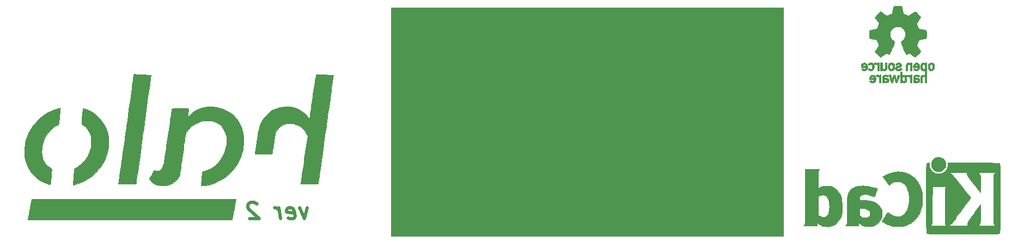
<source format=gbr>
%TF.GenerationSoftware,KiCad,Pcbnew,5.1.8-db9833491~88~ubuntu20.04.1*%
%TF.CreationDate,2020-12-13T22:35:30+05:30*%
%TF.ProjectId,halo,68616c6f-2e6b-4696-9361-645f70636258,v1*%
%TF.SameCoordinates,Original*%
%TF.FileFunction,Legend,Bot*%
%TF.FilePolarity,Positive*%
%FSLAX46Y46*%
G04 Gerber Fmt 4.6, Leading zero omitted, Abs format (unit mm)*
G04 Created by KiCad (PCBNEW 5.1.8-db9833491~88~ubuntu20.04.1) date 2020-12-13 22:35:30*
%MOMM*%
%LPD*%
G01*
G04 APERTURE LIST*
%ADD10C,0.100000*%
%ADD11C,0.508000*%
%ADD12C,0.010000*%
%ADD13C,10.668000*%
%ADD14C,2.032000*%
%ADD15C,6.400000*%
%ADD16C,0.800000*%
%ADD17C,1.600000*%
%ADD18C,1.800000*%
%ADD19C,3.175000*%
%ADD20C,0.650000*%
%ADD21C,2.374900*%
%ADD22C,0.990600*%
G04 APERTURE END LIST*
D10*
G36*
X84455000Y-107950000D02*
G01*
X52705000Y-107950000D01*
X53340000Y-104775000D01*
X85090000Y-104775000D01*
X84455000Y-107950000D01*
G37*
X84455000Y-107950000D02*
X52705000Y-107950000D01*
X53340000Y-104775000D01*
X85090000Y-104775000D01*
X84455000Y-107950000D01*
D11*
X96149280Y-106135714D02*
X95756185Y-107829047D01*
X94939757Y-106135714D01*
X93201066Y-107708095D02*
X93458090Y-107829047D01*
X93941900Y-107829047D01*
X94168685Y-107708095D01*
X94259400Y-107466190D01*
X94138447Y-106498571D01*
X93987257Y-106256666D01*
X93730233Y-106135714D01*
X93246423Y-106135714D01*
X93019638Y-106256666D01*
X92928923Y-106498571D01*
X92959161Y-106740476D01*
X94198923Y-106982380D01*
X92006661Y-107829047D02*
X91794995Y-106135714D01*
X91855471Y-106619523D02*
X91704280Y-106377619D01*
X91568209Y-106256666D01*
X91311185Y-106135714D01*
X91069280Y-106135714D01*
X88332733Y-105530952D02*
X88196661Y-105410000D01*
X87939638Y-105289047D01*
X87334876Y-105289047D01*
X87108090Y-105410000D01*
X87002257Y-105530952D01*
X86911542Y-105772857D01*
X86941780Y-106014761D01*
X87108090Y-106377619D01*
X88740947Y-107829047D01*
X87168566Y-107829047D01*
D10*
G36*
X170180000Y-110490000D02*
G01*
X109220000Y-110490000D01*
X109220000Y-74930000D01*
X170180000Y-74930000D01*
X170180000Y-110490000D01*
G37*
X170180000Y-110490000D02*
X109220000Y-110490000D01*
X109220000Y-74930000D01*
X170180000Y-74930000D01*
X170180000Y-110490000D01*
D12*
%TO.C,G1*%
G36*
X80865451Y-90377905D02*
G01*
X80574079Y-90391629D01*
X80337410Y-90417957D01*
X80308204Y-90423007D01*
X79813034Y-90545076D01*
X79319014Y-90725157D01*
X78843230Y-90954165D01*
X78402770Y-91223015D01*
X78014722Y-91522624D01*
X77748532Y-91783866D01*
X77652950Y-91885263D01*
X77583704Y-91949351D01*
X77554816Y-91963251D01*
X77554667Y-91961942D01*
X77560343Y-91908451D01*
X77575924Y-91787379D01*
X77599246Y-91614949D01*
X77628142Y-91407380D01*
X77638672Y-91332946D01*
X77669074Y-91115613D01*
X77694672Y-90926391D01*
X77713262Y-90782044D01*
X77722641Y-90699333D01*
X77723338Y-90688583D01*
X77705558Y-90673076D01*
X77647063Y-90660695D01*
X77540769Y-90651156D01*
X77379591Y-90644172D01*
X77156443Y-90639458D01*
X76864240Y-90636727D01*
X76495896Y-90635694D01*
X76411667Y-90635667D01*
X76032523Y-90636945D01*
X75710056Y-90640666D01*
X75449885Y-90646656D01*
X75257631Y-90654740D01*
X75138915Y-90664745D01*
X75099334Y-90676217D01*
X75093270Y-90735552D01*
X75075752Y-90871704D01*
X75047794Y-91077749D01*
X75010406Y-91346760D01*
X74964602Y-91671812D01*
X74911394Y-92045977D01*
X74851793Y-92462331D01*
X74786813Y-92913948D01*
X74717465Y-93393901D01*
X74644761Y-93895264D01*
X74569715Y-94411112D01*
X74493337Y-94934519D01*
X74416641Y-95458559D01*
X74340639Y-95976305D01*
X74266342Y-96480832D01*
X74194763Y-96965214D01*
X74126915Y-97422525D01*
X74063809Y-97845840D01*
X74006458Y-98228231D01*
X73955874Y-98562774D01*
X73913070Y-98842541D01*
X73879057Y-99060608D01*
X73854848Y-99210049D01*
X73841455Y-99283937D01*
X73841015Y-99285825D01*
X73752270Y-99574571D01*
X73634547Y-99839282D01*
X73498377Y-100059893D01*
X73354291Y-100216335D01*
X73351509Y-100218585D01*
X73240615Y-100295270D01*
X73126602Y-100338642D01*
X72973926Y-100360681D01*
X72917680Y-100364770D01*
X72735912Y-100368121D01*
X72612202Y-100348124D01*
X72539744Y-100313759D01*
X72459710Y-100264849D01*
X72417496Y-100245333D01*
X72390528Y-100279455D01*
X72326378Y-100374296D01*
X72232399Y-100518570D01*
X72115948Y-100700991D01*
X71989537Y-100902012D01*
X71579394Y-101558690D01*
X71669099Y-101703835D01*
X71866250Y-101951507D01*
X72131698Y-102176840D01*
X72449918Y-102369418D01*
X72805384Y-102518822D01*
X72949238Y-102562723D01*
X73205830Y-102611629D01*
X73513675Y-102637426D01*
X73844497Y-102640530D01*
X74170015Y-102621355D01*
X74461952Y-102580315D01*
X74633667Y-102538028D01*
X75064770Y-102370368D01*
X75447609Y-102154327D01*
X75773514Y-101896579D01*
X76033814Y-101603798D01*
X76195259Y-101336009D01*
X76219666Y-101282871D01*
X76242470Y-101225158D01*
X76264672Y-101156849D01*
X76287270Y-101071928D01*
X76311267Y-100964374D01*
X76337663Y-100828170D01*
X76367457Y-100657297D01*
X76401652Y-100445736D01*
X76441246Y-100187469D01*
X76487242Y-99876477D01*
X76540638Y-99506741D01*
X76602437Y-99072244D01*
X76673638Y-98566965D01*
X76755241Y-97984888D01*
X76770668Y-97874667D01*
X76842867Y-97360553D01*
X76912520Y-96868089D01*
X76978630Y-96404118D01*
X77040198Y-95975485D01*
X77096226Y-95589034D01*
X77145716Y-95251609D01*
X77187669Y-94970055D01*
X77221088Y-94751217D01*
X77244974Y-94601938D01*
X77258328Y-94529064D01*
X77258980Y-94526483D01*
X77319692Y-94387000D01*
X77430960Y-94209690D01*
X77579385Y-94012210D01*
X77751572Y-93812217D01*
X77934124Y-93627371D01*
X77957563Y-93605699D01*
X78422817Y-93233252D01*
X78916196Y-92940661D01*
X79437762Y-92727901D01*
X79987581Y-92594947D01*
X80565717Y-92541774D01*
X80664824Y-92540666D01*
X81158261Y-92566629D01*
X81595129Y-92647425D01*
X81986837Y-92787416D01*
X82344794Y-92990964D01*
X82680411Y-93262430D01*
X82763881Y-93343136D01*
X83076837Y-93714687D01*
X83322497Y-94134646D01*
X83499417Y-94598206D01*
X83606155Y-95100561D01*
X83641266Y-95636905D01*
X83608890Y-96157726D01*
X83492676Y-96818194D01*
X83306286Y-97434612D01*
X83046396Y-98014880D01*
X82709685Y-98566901D01*
X82451439Y-98910131D01*
X82078048Y-99314993D01*
X81655664Y-99673177D01*
X81198458Y-99975353D01*
X80720601Y-100212194D01*
X80236264Y-100374369D01*
X80221667Y-100378011D01*
X80058452Y-100419561D01*
X79929585Y-100454704D01*
X79854922Y-100477924D01*
X79844531Y-100482770D01*
X79836339Y-100527435D01*
X79823057Y-100642326D01*
X79805891Y-100813237D01*
X79786047Y-101025963D01*
X79764730Y-101266296D01*
X79743147Y-101520030D01*
X79722503Y-101772961D01*
X79704005Y-102010880D01*
X79688858Y-102219584D01*
X79678269Y-102384864D01*
X79673443Y-102492516D01*
X79673323Y-102499583D01*
X79671334Y-102658333D01*
X79872417Y-102654233D01*
X80009980Y-102645534D01*
X80196245Y-102626087D01*
X80396498Y-102599652D01*
X80447385Y-102591972D01*
X81146623Y-102441056D01*
X81824732Y-102211859D01*
X82476025Y-101909348D01*
X83094816Y-101538490D01*
X83675417Y-101104250D01*
X84212144Y-100611595D01*
X84699309Y-100065490D01*
X85131227Y-99470903D01*
X85502210Y-98832798D01*
X85806573Y-98156142D01*
X85933333Y-97800812D01*
X86051421Y-97409762D01*
X86138667Y-97046018D01*
X86198697Y-96684997D01*
X86235141Y-96302117D01*
X86251624Y-95872796D01*
X86253515Y-95631000D01*
X86249814Y-95254761D01*
X86236765Y-94941825D01*
X86211299Y-94671060D01*
X86170349Y-94421335D01*
X86110846Y-94171519D01*
X86029722Y-93900480D01*
X85980727Y-93752274D01*
X85733649Y-93147954D01*
X85419675Y-92593250D01*
X85042886Y-92091619D01*
X84607362Y-91646516D01*
X84117186Y-91261400D01*
X83576437Y-90939727D01*
X82989198Y-90684954D01*
X82359548Y-90500537D01*
X82074108Y-90443265D01*
X81815855Y-90409464D01*
X81511532Y-90387111D01*
X81186333Y-90376495D01*
X80865451Y-90377905D01*
G37*
X80865451Y-90377905D02*
X80574079Y-90391629D01*
X80337410Y-90417957D01*
X80308204Y-90423007D01*
X79813034Y-90545076D01*
X79319014Y-90725157D01*
X78843230Y-90954165D01*
X78402770Y-91223015D01*
X78014722Y-91522624D01*
X77748532Y-91783866D01*
X77652950Y-91885263D01*
X77583704Y-91949351D01*
X77554816Y-91963251D01*
X77554667Y-91961942D01*
X77560343Y-91908451D01*
X77575924Y-91787379D01*
X77599246Y-91614949D01*
X77628142Y-91407380D01*
X77638672Y-91332946D01*
X77669074Y-91115613D01*
X77694672Y-90926391D01*
X77713262Y-90782044D01*
X77722641Y-90699333D01*
X77723338Y-90688583D01*
X77705558Y-90673076D01*
X77647063Y-90660695D01*
X77540769Y-90651156D01*
X77379591Y-90644172D01*
X77156443Y-90639458D01*
X76864240Y-90636727D01*
X76495896Y-90635694D01*
X76411667Y-90635667D01*
X76032523Y-90636945D01*
X75710056Y-90640666D01*
X75449885Y-90646656D01*
X75257631Y-90654740D01*
X75138915Y-90664745D01*
X75099334Y-90676217D01*
X75093270Y-90735552D01*
X75075752Y-90871704D01*
X75047794Y-91077749D01*
X75010406Y-91346760D01*
X74964602Y-91671812D01*
X74911394Y-92045977D01*
X74851793Y-92462331D01*
X74786813Y-92913948D01*
X74717465Y-93393901D01*
X74644761Y-93895264D01*
X74569715Y-94411112D01*
X74493337Y-94934519D01*
X74416641Y-95458559D01*
X74340639Y-95976305D01*
X74266342Y-96480832D01*
X74194763Y-96965214D01*
X74126915Y-97422525D01*
X74063809Y-97845840D01*
X74006458Y-98228231D01*
X73955874Y-98562774D01*
X73913070Y-98842541D01*
X73879057Y-99060608D01*
X73854848Y-99210049D01*
X73841455Y-99283937D01*
X73841015Y-99285825D01*
X73752270Y-99574571D01*
X73634547Y-99839282D01*
X73498377Y-100059893D01*
X73354291Y-100216335D01*
X73351509Y-100218585D01*
X73240615Y-100295270D01*
X73126602Y-100338642D01*
X72973926Y-100360681D01*
X72917680Y-100364770D01*
X72735912Y-100368121D01*
X72612202Y-100348124D01*
X72539744Y-100313759D01*
X72459710Y-100264849D01*
X72417496Y-100245333D01*
X72390528Y-100279455D01*
X72326378Y-100374296D01*
X72232399Y-100518570D01*
X72115948Y-100700991D01*
X71989537Y-100902012D01*
X71579394Y-101558690D01*
X71669099Y-101703835D01*
X71866250Y-101951507D01*
X72131698Y-102176840D01*
X72449918Y-102369418D01*
X72805384Y-102518822D01*
X72949238Y-102562723D01*
X73205830Y-102611629D01*
X73513675Y-102637426D01*
X73844497Y-102640530D01*
X74170015Y-102621355D01*
X74461952Y-102580315D01*
X74633667Y-102538028D01*
X75064770Y-102370368D01*
X75447609Y-102154327D01*
X75773514Y-101896579D01*
X76033814Y-101603798D01*
X76195259Y-101336009D01*
X76219666Y-101282871D01*
X76242470Y-101225158D01*
X76264672Y-101156849D01*
X76287270Y-101071928D01*
X76311267Y-100964374D01*
X76337663Y-100828170D01*
X76367457Y-100657297D01*
X76401652Y-100445736D01*
X76441246Y-100187469D01*
X76487242Y-99876477D01*
X76540638Y-99506741D01*
X76602437Y-99072244D01*
X76673638Y-98566965D01*
X76755241Y-97984888D01*
X76770668Y-97874667D01*
X76842867Y-97360553D01*
X76912520Y-96868089D01*
X76978630Y-96404118D01*
X77040198Y-95975485D01*
X77096226Y-95589034D01*
X77145716Y-95251609D01*
X77187669Y-94970055D01*
X77221088Y-94751217D01*
X77244974Y-94601938D01*
X77258328Y-94529064D01*
X77258980Y-94526483D01*
X77319692Y-94387000D01*
X77430960Y-94209690D01*
X77579385Y-94012210D01*
X77751572Y-93812217D01*
X77934124Y-93627371D01*
X77957563Y-93605699D01*
X78422817Y-93233252D01*
X78916196Y-92940661D01*
X79437762Y-92727901D01*
X79987581Y-92594947D01*
X80565717Y-92541774D01*
X80664824Y-92540666D01*
X81158261Y-92566629D01*
X81595129Y-92647425D01*
X81986837Y-92787416D01*
X82344794Y-92990964D01*
X82680411Y-93262430D01*
X82763881Y-93343136D01*
X83076837Y-93714687D01*
X83322497Y-94134646D01*
X83499417Y-94598206D01*
X83606155Y-95100561D01*
X83641266Y-95636905D01*
X83608890Y-96157726D01*
X83492676Y-96818194D01*
X83306286Y-97434612D01*
X83046396Y-98014880D01*
X82709685Y-98566901D01*
X82451439Y-98910131D01*
X82078048Y-99314993D01*
X81655664Y-99673177D01*
X81198458Y-99975353D01*
X80720601Y-100212194D01*
X80236264Y-100374369D01*
X80221667Y-100378011D01*
X80058452Y-100419561D01*
X79929585Y-100454704D01*
X79854922Y-100477924D01*
X79844531Y-100482770D01*
X79836339Y-100527435D01*
X79823057Y-100642326D01*
X79805891Y-100813237D01*
X79786047Y-101025963D01*
X79764730Y-101266296D01*
X79743147Y-101520030D01*
X79722503Y-101772961D01*
X79704005Y-102010880D01*
X79688858Y-102219584D01*
X79678269Y-102384864D01*
X79673443Y-102492516D01*
X79673323Y-102499583D01*
X79671334Y-102658333D01*
X79872417Y-102654233D01*
X80009980Y-102645534D01*
X80196245Y-102626087D01*
X80396498Y-102599652D01*
X80447385Y-102591972D01*
X81146623Y-102441056D01*
X81824732Y-102211859D01*
X82476025Y-101909348D01*
X83094816Y-101538490D01*
X83675417Y-101104250D01*
X84212144Y-100611595D01*
X84699309Y-100065490D01*
X85131227Y-99470903D01*
X85502210Y-98832798D01*
X85806573Y-98156142D01*
X85933333Y-97800812D01*
X86051421Y-97409762D01*
X86138667Y-97046018D01*
X86198697Y-96684997D01*
X86235141Y-96302117D01*
X86251624Y-95872796D01*
X86253515Y-95631000D01*
X86249814Y-95254761D01*
X86236765Y-94941825D01*
X86211299Y-94671060D01*
X86170349Y-94421335D01*
X86110846Y-94171519D01*
X86029722Y-93900480D01*
X85980727Y-93752274D01*
X85733649Y-93147954D01*
X85419675Y-92593250D01*
X85042886Y-92091619D01*
X84607362Y-91646516D01*
X84117186Y-91261400D01*
X83576437Y-90939727D01*
X82989198Y-90684954D01*
X82359548Y-90500537D01*
X82074108Y-90443265D01*
X81815855Y-90409464D01*
X81511532Y-90387111D01*
X81186333Y-90376495D01*
X80865451Y-90377905D01*
G36*
X61326503Y-90627107D02*
G01*
X61299685Y-90651076D01*
X61291386Y-90669193D01*
X61280601Y-90728514D01*
X61264416Y-90858180D01*
X61244115Y-91044135D01*
X61220981Y-91272323D01*
X61196300Y-91528687D01*
X61171355Y-91799170D01*
X61147430Y-92069716D01*
X61125808Y-92326267D01*
X61107775Y-92554769D01*
X61094614Y-92741163D01*
X61087608Y-92871393D01*
X61086807Y-92908820D01*
X61096655Y-92990445D01*
X61136849Y-93058191D01*
X61223774Y-93132579D01*
X61316505Y-93196477D01*
X61665195Y-93476530D01*
X61973898Y-93822925D01*
X62233660Y-94223231D01*
X62435525Y-94665017D01*
X62490695Y-94826667D01*
X62528646Y-94957164D01*
X62555447Y-95078619D01*
X62572879Y-95209863D01*
X62582726Y-95369728D01*
X62586768Y-95577047D01*
X62586822Y-95842667D01*
X62583674Y-96128867D01*
X62575831Y-96350162D01*
X62561485Y-96526261D01*
X62538831Y-96676877D01*
X62506062Y-96821720D01*
X62492436Y-96872644D01*
X62285937Y-97483168D01*
X62017698Y-98046349D01*
X61691516Y-98557196D01*
X61311187Y-99010717D01*
X60880510Y-99401922D01*
X60403281Y-99725819D01*
X60262849Y-99803235D01*
X60091079Y-99900059D01*
X59989001Y-99975265D01*
X59946870Y-100036528D01*
X59944457Y-100053903D01*
X59940753Y-100122108D01*
X59930750Y-100260387D01*
X59915650Y-100454480D01*
X59896653Y-100690127D01*
X59874962Y-100953068D01*
X59851777Y-101229044D01*
X59828299Y-101503793D01*
X59805729Y-101763057D01*
X59785268Y-101992575D01*
X59768118Y-102178088D01*
X59755480Y-102305335D01*
X59752721Y-102330250D01*
X59744469Y-102459366D01*
X59760007Y-102520141D01*
X59783792Y-102529395D01*
X59844035Y-102516734D01*
X59966669Y-102483805D01*
X60133315Y-102435737D01*
X60308522Y-102382919D01*
X61027451Y-102125336D01*
X61688659Y-101810515D01*
X62301285Y-101433162D01*
X62874467Y-100987983D01*
X63151584Y-100735952D01*
X63672804Y-100183775D01*
X64121377Y-99591968D01*
X64499247Y-98957016D01*
X64808357Y-98275404D01*
X65050650Y-97543614D01*
X65159747Y-97102042D01*
X65194225Y-96932457D01*
X65219413Y-96772913D01*
X65236679Y-96604948D01*
X65247393Y-96410096D01*
X65252921Y-96169895D01*
X65254633Y-95865881D01*
X65254647Y-95821500D01*
X65253758Y-95522515D01*
X65250134Y-95290326D01*
X65242221Y-95107072D01*
X65228463Y-94954892D01*
X65207305Y-94815923D01*
X65177193Y-94672304D01*
X65142025Y-94527778D01*
X65078812Y-94296562D01*
X65003729Y-94051642D01*
X64928936Y-93831737D01*
X64896182Y-93745107D01*
X64617411Y-93156059D01*
X64268658Y-92611001D01*
X63854918Y-92114592D01*
X63381186Y-91671490D01*
X62852456Y-91286355D01*
X62273724Y-90963845D01*
X61649985Y-90708620D01*
X61635445Y-90703679D01*
X61476598Y-90651626D01*
X61379546Y-90626696D01*
X61326503Y-90627107D01*
G37*
X61326503Y-90627107D02*
X61299685Y-90651076D01*
X61291386Y-90669193D01*
X61280601Y-90728514D01*
X61264416Y-90858180D01*
X61244115Y-91044135D01*
X61220981Y-91272323D01*
X61196300Y-91528687D01*
X61171355Y-91799170D01*
X61147430Y-92069716D01*
X61125808Y-92326267D01*
X61107775Y-92554769D01*
X61094614Y-92741163D01*
X61087608Y-92871393D01*
X61086807Y-92908820D01*
X61096655Y-92990445D01*
X61136849Y-93058191D01*
X61223774Y-93132579D01*
X61316505Y-93196477D01*
X61665195Y-93476530D01*
X61973898Y-93822925D01*
X62233660Y-94223231D01*
X62435525Y-94665017D01*
X62490695Y-94826667D01*
X62528646Y-94957164D01*
X62555447Y-95078619D01*
X62572879Y-95209863D01*
X62582726Y-95369728D01*
X62586768Y-95577047D01*
X62586822Y-95842667D01*
X62583674Y-96128867D01*
X62575831Y-96350162D01*
X62561485Y-96526261D01*
X62538831Y-96676877D01*
X62506062Y-96821720D01*
X62492436Y-96872644D01*
X62285937Y-97483168D01*
X62017698Y-98046349D01*
X61691516Y-98557196D01*
X61311187Y-99010717D01*
X60880510Y-99401922D01*
X60403281Y-99725819D01*
X60262849Y-99803235D01*
X60091079Y-99900059D01*
X59989001Y-99975265D01*
X59946870Y-100036528D01*
X59944457Y-100053903D01*
X59940753Y-100122108D01*
X59930750Y-100260387D01*
X59915650Y-100454480D01*
X59896653Y-100690127D01*
X59874962Y-100953068D01*
X59851777Y-101229044D01*
X59828299Y-101503793D01*
X59805729Y-101763057D01*
X59785268Y-101992575D01*
X59768118Y-102178088D01*
X59755480Y-102305335D01*
X59752721Y-102330250D01*
X59744469Y-102459366D01*
X59760007Y-102520141D01*
X59783792Y-102529395D01*
X59844035Y-102516734D01*
X59966669Y-102483805D01*
X60133315Y-102435737D01*
X60308522Y-102382919D01*
X61027451Y-102125336D01*
X61688659Y-101810515D01*
X62301285Y-101433162D01*
X62874467Y-100987983D01*
X63151584Y-100735952D01*
X63672804Y-100183775D01*
X64121377Y-99591968D01*
X64499247Y-98957016D01*
X64808357Y-98275404D01*
X65050650Y-97543614D01*
X65159747Y-97102042D01*
X65194225Y-96932457D01*
X65219413Y-96772913D01*
X65236679Y-96604948D01*
X65247393Y-96410096D01*
X65252921Y-96169895D01*
X65254633Y-95865881D01*
X65254647Y-95821500D01*
X65253758Y-95522515D01*
X65250134Y-95290326D01*
X65242221Y-95107072D01*
X65228463Y-94954892D01*
X65207305Y-94815923D01*
X65177193Y-94672304D01*
X65142025Y-94527778D01*
X65078812Y-94296562D01*
X65003729Y-94051642D01*
X64928936Y-93831737D01*
X64896182Y-93745107D01*
X64617411Y-93156059D01*
X64268658Y-92611001D01*
X63854918Y-92114592D01*
X63381186Y-91671490D01*
X62852456Y-91286355D01*
X62273724Y-90963845D01*
X61649985Y-90708620D01*
X61635445Y-90703679D01*
X61476598Y-90651626D01*
X61379546Y-90626696D01*
X61326503Y-90627107D01*
G36*
X57594784Y-90577939D02*
G01*
X57433124Y-90624335D01*
X57246718Y-90683070D01*
X56509408Y-90960480D01*
X55816029Y-91304275D01*
X55170572Y-91710179D01*
X54577024Y-92173913D01*
X54039376Y-92691201D01*
X53561615Y-93257767D01*
X53147732Y-93869332D01*
X52801714Y-94521619D01*
X52527551Y-95210353D01*
X52329232Y-95931255D01*
X52322457Y-95962954D01*
X52261169Y-96339331D01*
X52221711Y-96767436D01*
X52204972Y-97216959D01*
X52211845Y-97657590D01*
X52243220Y-98059021D01*
X52257636Y-98167899D01*
X52395898Y-98836142D01*
X52605446Y-99462185D01*
X52883516Y-100042630D01*
X53227347Y-100574084D01*
X53634176Y-101053149D01*
X54101242Y-101476430D01*
X54625781Y-101840532D01*
X55205031Y-102142058D01*
X55626000Y-102308656D01*
X55852950Y-102387373D01*
X56012581Y-102439000D01*
X56117486Y-102464424D01*
X56180254Y-102464533D01*
X56213480Y-102440216D01*
X56229753Y-102392359D01*
X56236777Y-102351727D01*
X56247554Y-102264566D01*
X56263493Y-102110091D01*
X56283320Y-101903087D01*
X56305761Y-101658338D01*
X56329542Y-101390631D01*
X56353390Y-101114750D01*
X56376031Y-100845481D01*
X56396192Y-100597609D01*
X56412597Y-100385919D01*
X56423975Y-100225196D01*
X56429050Y-100130225D01*
X56429183Y-100118333D01*
X56412787Y-100050605D01*
X56355452Y-99985163D01*
X56242097Y-99907220D01*
X56171472Y-99865662D01*
X55927270Y-99694209D01*
X55680880Y-99465893D01*
X55454740Y-99204857D01*
X55271284Y-98935245D01*
X55221148Y-98843000D01*
X55040874Y-98396131D01*
X54926036Y-97908802D01*
X54879280Y-97397351D01*
X54903055Y-96879833D01*
X55016765Y-96249065D01*
X55206152Y-95649805D01*
X55467669Y-95087592D01*
X55797769Y-94567962D01*
X56192905Y-94096454D01*
X56649528Y-93678604D01*
X57164092Y-93319952D01*
X57195558Y-93301131D01*
X57558615Y-93085854D01*
X57652868Y-91913677D01*
X57678276Y-91602970D01*
X57702524Y-91316295D01*
X57724541Y-91065566D01*
X57743255Y-90862697D01*
X57757595Y-90719602D01*
X57766489Y-90648197D01*
X57766867Y-90646250D01*
X57771998Y-90592719D01*
X57752705Y-90562946D01*
X57697472Y-90557748D01*
X57594784Y-90577939D01*
G37*
X57594784Y-90577939D02*
X57433124Y-90624335D01*
X57246718Y-90683070D01*
X56509408Y-90960480D01*
X55816029Y-91304275D01*
X55170572Y-91710179D01*
X54577024Y-92173913D01*
X54039376Y-92691201D01*
X53561615Y-93257767D01*
X53147732Y-93869332D01*
X52801714Y-94521619D01*
X52527551Y-95210353D01*
X52329232Y-95931255D01*
X52322457Y-95962954D01*
X52261169Y-96339331D01*
X52221711Y-96767436D01*
X52204972Y-97216959D01*
X52211845Y-97657590D01*
X52243220Y-98059021D01*
X52257636Y-98167899D01*
X52395898Y-98836142D01*
X52605446Y-99462185D01*
X52883516Y-100042630D01*
X53227347Y-100574084D01*
X53634176Y-101053149D01*
X54101242Y-101476430D01*
X54625781Y-101840532D01*
X55205031Y-102142058D01*
X55626000Y-102308656D01*
X55852950Y-102387373D01*
X56012581Y-102439000D01*
X56117486Y-102464424D01*
X56180254Y-102464533D01*
X56213480Y-102440216D01*
X56229753Y-102392359D01*
X56236777Y-102351727D01*
X56247554Y-102264566D01*
X56263493Y-102110091D01*
X56283320Y-101903087D01*
X56305761Y-101658338D01*
X56329542Y-101390631D01*
X56353390Y-101114750D01*
X56376031Y-100845481D01*
X56396192Y-100597609D01*
X56412597Y-100385919D01*
X56423975Y-100225196D01*
X56429050Y-100130225D01*
X56429183Y-100118333D01*
X56412787Y-100050605D01*
X56355452Y-99985163D01*
X56242097Y-99907220D01*
X56171472Y-99865662D01*
X55927270Y-99694209D01*
X55680880Y-99465893D01*
X55454740Y-99204857D01*
X55271284Y-98935245D01*
X55221148Y-98843000D01*
X55040874Y-98396131D01*
X54926036Y-97908802D01*
X54879280Y-97397351D01*
X54903055Y-96879833D01*
X55016765Y-96249065D01*
X55206152Y-95649805D01*
X55467669Y-95087592D01*
X55797769Y-94567962D01*
X56192905Y-94096454D01*
X56649528Y-93678604D01*
X57164092Y-93319952D01*
X57195558Y-93301131D01*
X57558615Y-93085854D01*
X57652868Y-91913677D01*
X57678276Y-91602970D01*
X57702524Y-91316295D01*
X57724541Y-91065566D01*
X57743255Y-90862697D01*
X57757595Y-90719602D01*
X57766489Y-90648197D01*
X57766867Y-90646250D01*
X57771998Y-90592719D01*
X57752705Y-90562946D01*
X57697472Y-90557748D01*
X57594784Y-90577939D01*
G36*
X97558841Y-85327385D02*
G01*
X97536034Y-85331893D01*
X97525705Y-85377978D01*
X97504288Y-85501586D01*
X97472737Y-85696436D01*
X97432008Y-85956246D01*
X97383056Y-86274733D01*
X97326835Y-86645616D01*
X97264302Y-87062612D01*
X97196411Y-87519439D01*
X97124118Y-88009816D01*
X97048378Y-88527460D01*
X97009568Y-88794167D01*
X96932773Y-89322332D01*
X96859401Y-89825861D01*
X96790368Y-90298531D01*
X96726592Y-90734122D01*
X96668987Y-91126412D01*
X96618470Y-91469180D01*
X96575956Y-91756203D01*
X96542362Y-91981261D01*
X96518604Y-92138133D01*
X96505598Y-92220596D01*
X96503402Y-92231995D01*
X96476080Y-92204844D01*
X96409900Y-92124752D01*
X96316872Y-92006461D01*
X96270427Y-91945977D01*
X95899751Y-91528446D01*
X95472707Y-91169334D01*
X94997205Y-90871953D01*
X94481156Y-90639613D01*
X93932471Y-90475627D01*
X93359059Y-90383307D01*
X92768832Y-90365964D01*
X92531384Y-90380622D01*
X92306355Y-90404583D01*
X92076226Y-90436032D01*
X91876847Y-90469806D01*
X91800025Y-90485922D01*
X91260304Y-90653735D01*
X90754398Y-90897073D01*
X90286936Y-91211986D01*
X89862546Y-91594522D01*
X89485857Y-92040730D01*
X89161497Y-92546659D01*
X88990733Y-92884172D01*
X88894796Y-93100060D01*
X88810671Y-93307697D01*
X88736044Y-93517055D01*
X88668598Y-93738111D01*
X88606019Y-93980839D01*
X88545991Y-94255214D01*
X88486199Y-94571210D01*
X88424328Y-94938802D01*
X88358061Y-95367966D01*
X88285085Y-95868675D01*
X88264699Y-96012000D01*
X88214828Y-96362529D01*
X88167926Y-96689368D01*
X88125486Y-96982335D01*
X88088998Y-97231246D01*
X88059955Y-97425920D01*
X88039848Y-97556175D01*
X88030586Y-97610083D01*
X88009387Y-97705333D01*
X90676387Y-97705333D01*
X90697263Y-97610083D01*
X90708220Y-97545813D01*
X90729419Y-97408628D01*
X90759247Y-97209450D01*
X90796090Y-96959196D01*
X90838336Y-96668785D01*
X90884370Y-96349136D01*
X90908365Y-96181333D01*
X90958338Y-95842002D01*
X91008925Y-95518485D01*
X91057936Y-95223361D01*
X91103181Y-94969210D01*
X91142467Y-94768610D01*
X91173606Y-94634140D01*
X91183596Y-94600792D01*
X91370765Y-94176232D01*
X91619419Y-93807613D01*
X91926223Y-93498412D01*
X92287837Y-93252109D01*
X92624696Y-93098861D01*
X92942737Y-93014395D01*
X93304649Y-92972107D01*
X93680245Y-92973134D01*
X94039343Y-93018610D01*
X94141970Y-93041753D01*
X94619185Y-93202218D01*
X95045571Y-93429825D01*
X95422246Y-93725490D01*
X95750328Y-94090129D01*
X96030934Y-94524656D01*
X96090012Y-94636819D01*
X96219008Y-94891472D01*
X95694401Y-98510319D01*
X95615120Y-99056792D01*
X95538899Y-99581352D01*
X95466668Y-100077655D01*
X95399354Y-100539355D01*
X95337888Y-100960108D01*
X95283197Y-101333568D01*
X95236210Y-101653390D01*
X95197858Y-101913229D01*
X95169068Y-102106739D01*
X95150769Y-102227575D01*
X95144479Y-102266750D01*
X95119164Y-102404333D01*
X97825607Y-102404333D01*
X97849610Y-102287917D01*
X97857390Y-102236934D01*
X97876144Y-102107272D01*
X97905193Y-101903788D01*
X97943856Y-101631340D01*
X97991452Y-101294787D01*
X98047304Y-100898985D01*
X98110729Y-100448794D01*
X98181049Y-99949070D01*
X98257583Y-99404671D01*
X98339652Y-98820457D01*
X98426575Y-98201283D01*
X98517673Y-97552009D01*
X98612265Y-96877492D01*
X98709672Y-96182590D01*
X98809214Y-95472161D01*
X98910211Y-94751062D01*
X99011983Y-94024153D01*
X99113849Y-93296290D01*
X99215131Y-92572331D01*
X99315147Y-91857135D01*
X99413219Y-91155559D01*
X99508666Y-90472460D01*
X99600808Y-89812698D01*
X99688965Y-89181130D01*
X99772458Y-88582614D01*
X99850606Y-88022007D01*
X99922729Y-87504167D01*
X99988148Y-87033953D01*
X100046182Y-86616222D01*
X100096152Y-86255833D01*
X100137378Y-85957642D01*
X100169179Y-85726508D01*
X100190876Y-85567289D01*
X100201789Y-85484843D01*
X100203000Y-85474056D01*
X100162748Y-85463530D01*
X100050192Y-85450474D01*
X99877636Y-85435543D01*
X99657384Y-85419392D01*
X99401738Y-85402678D01*
X99123004Y-85386057D01*
X98833483Y-85370184D01*
X98545479Y-85355715D01*
X98271296Y-85343305D01*
X98023238Y-85333612D01*
X97813607Y-85327290D01*
X97654706Y-85324996D01*
X97558841Y-85327385D01*
G37*
X97558841Y-85327385D02*
X97536034Y-85331893D01*
X97525705Y-85377978D01*
X97504288Y-85501586D01*
X97472737Y-85696436D01*
X97432008Y-85956246D01*
X97383056Y-86274733D01*
X97326835Y-86645616D01*
X97264302Y-87062612D01*
X97196411Y-87519439D01*
X97124118Y-88009816D01*
X97048378Y-88527460D01*
X97009568Y-88794167D01*
X96932773Y-89322332D01*
X96859401Y-89825861D01*
X96790368Y-90298531D01*
X96726592Y-90734122D01*
X96668987Y-91126412D01*
X96618470Y-91469180D01*
X96575956Y-91756203D01*
X96542362Y-91981261D01*
X96518604Y-92138133D01*
X96505598Y-92220596D01*
X96503402Y-92231995D01*
X96476080Y-92204844D01*
X96409900Y-92124752D01*
X96316872Y-92006461D01*
X96270427Y-91945977D01*
X95899751Y-91528446D01*
X95472707Y-91169334D01*
X94997205Y-90871953D01*
X94481156Y-90639613D01*
X93932471Y-90475627D01*
X93359059Y-90383307D01*
X92768832Y-90365964D01*
X92531384Y-90380622D01*
X92306355Y-90404583D01*
X92076226Y-90436032D01*
X91876847Y-90469806D01*
X91800025Y-90485922D01*
X91260304Y-90653735D01*
X90754398Y-90897073D01*
X90286936Y-91211986D01*
X89862546Y-91594522D01*
X89485857Y-92040730D01*
X89161497Y-92546659D01*
X88990733Y-92884172D01*
X88894796Y-93100060D01*
X88810671Y-93307697D01*
X88736044Y-93517055D01*
X88668598Y-93738111D01*
X88606019Y-93980839D01*
X88545991Y-94255214D01*
X88486199Y-94571210D01*
X88424328Y-94938802D01*
X88358061Y-95367966D01*
X88285085Y-95868675D01*
X88264699Y-96012000D01*
X88214828Y-96362529D01*
X88167926Y-96689368D01*
X88125486Y-96982335D01*
X88088998Y-97231246D01*
X88059955Y-97425920D01*
X88039848Y-97556175D01*
X88030586Y-97610083D01*
X88009387Y-97705333D01*
X90676387Y-97705333D01*
X90697263Y-97610083D01*
X90708220Y-97545813D01*
X90729419Y-97408628D01*
X90759247Y-97209450D01*
X90796090Y-96959196D01*
X90838336Y-96668785D01*
X90884370Y-96349136D01*
X90908365Y-96181333D01*
X90958338Y-95842002D01*
X91008925Y-95518485D01*
X91057936Y-95223361D01*
X91103181Y-94969210D01*
X91142467Y-94768610D01*
X91173606Y-94634140D01*
X91183596Y-94600792D01*
X91370765Y-94176232D01*
X91619419Y-93807613D01*
X91926223Y-93498412D01*
X92287837Y-93252109D01*
X92624696Y-93098861D01*
X92942737Y-93014395D01*
X93304649Y-92972107D01*
X93680245Y-92973134D01*
X94039343Y-93018610D01*
X94141970Y-93041753D01*
X94619185Y-93202218D01*
X95045571Y-93429825D01*
X95422246Y-93725490D01*
X95750328Y-94090129D01*
X96030934Y-94524656D01*
X96090012Y-94636819D01*
X96219008Y-94891472D01*
X95694401Y-98510319D01*
X95615120Y-99056792D01*
X95538899Y-99581352D01*
X95466668Y-100077655D01*
X95399354Y-100539355D01*
X95337888Y-100960108D01*
X95283197Y-101333568D01*
X95236210Y-101653390D01*
X95197858Y-101913229D01*
X95169068Y-102106739D01*
X95150769Y-102227575D01*
X95144479Y-102266750D01*
X95119164Y-102404333D01*
X97825607Y-102404333D01*
X97849610Y-102287917D01*
X97857390Y-102236934D01*
X97876144Y-102107272D01*
X97905193Y-101903788D01*
X97943856Y-101631340D01*
X97991452Y-101294787D01*
X98047304Y-100898985D01*
X98110729Y-100448794D01*
X98181049Y-99949070D01*
X98257583Y-99404671D01*
X98339652Y-98820457D01*
X98426575Y-98201283D01*
X98517673Y-97552009D01*
X98612265Y-96877492D01*
X98709672Y-96182590D01*
X98809214Y-95472161D01*
X98910211Y-94751062D01*
X99011983Y-94024153D01*
X99113849Y-93296290D01*
X99215131Y-92572331D01*
X99315147Y-91857135D01*
X99413219Y-91155559D01*
X99508666Y-90472460D01*
X99600808Y-89812698D01*
X99688965Y-89181130D01*
X99772458Y-88582614D01*
X99850606Y-88022007D01*
X99922729Y-87504167D01*
X99988148Y-87033953D01*
X100046182Y-86616222D01*
X100096152Y-86255833D01*
X100137378Y-85957642D01*
X100169179Y-85726508D01*
X100190876Y-85567289D01*
X100201789Y-85484843D01*
X100203000Y-85474056D01*
X100162748Y-85463530D01*
X100050192Y-85450474D01*
X99877636Y-85435543D01*
X99657384Y-85419392D01*
X99401738Y-85402678D01*
X99123004Y-85386057D01*
X98833483Y-85370184D01*
X98545479Y-85355715D01*
X98271296Y-85343305D01*
X98023238Y-85333612D01*
X97813607Y-85327290D01*
X97654706Y-85324996D01*
X97558841Y-85327385D01*
G36*
X69196222Y-85309322D02*
G01*
X69189419Y-85351944D01*
X69171492Y-85474449D01*
X69143001Y-85672863D01*
X69104504Y-85943214D01*
X69056560Y-86281527D01*
X68999727Y-86683828D01*
X68934564Y-87146145D01*
X68861628Y-87664503D01*
X68781480Y-88234928D01*
X68694676Y-88853447D01*
X68601777Y-89516087D01*
X68503339Y-90218873D01*
X68399923Y-90957832D01*
X68292086Y-91728991D01*
X68180387Y-92528375D01*
X68065384Y-93352011D01*
X68013192Y-93726000D01*
X67896641Y-94561127D01*
X67783027Y-95374877D01*
X67672917Y-96163199D01*
X67566879Y-96922040D01*
X67465480Y-97647347D01*
X67369289Y-98335069D01*
X67278872Y-98981154D01*
X67194798Y-99581550D01*
X67117634Y-100132204D01*
X67047948Y-100629065D01*
X66986308Y-101068080D01*
X66933282Y-101445198D01*
X66889436Y-101756365D01*
X66855339Y-101997531D01*
X66831559Y-102164642D01*
X66818663Y-102253648D01*
X66816631Y-102266750D01*
X66792578Y-102404333D01*
X69506146Y-102404333D01*
X69532713Y-102224417D01*
X69570188Y-101967963D01*
X69616546Y-101646224D01*
X69671123Y-101264004D01*
X69733257Y-100826107D01*
X69802283Y-100337339D01*
X69877538Y-99802503D01*
X69958358Y-99226404D01*
X70044081Y-98613846D01*
X70134042Y-97969634D01*
X70227578Y-97298573D01*
X70324027Y-96605466D01*
X70422723Y-95895118D01*
X70523004Y-95172334D01*
X70624206Y-94441918D01*
X70725666Y-93708674D01*
X70826720Y-92977408D01*
X70926705Y-92252923D01*
X71024958Y-91540023D01*
X71120814Y-90843514D01*
X71213611Y-90168200D01*
X71302684Y-89518885D01*
X71387371Y-88900374D01*
X71467008Y-88317471D01*
X71540932Y-87774980D01*
X71608478Y-87277706D01*
X71668984Y-86830454D01*
X71721786Y-86438028D01*
X71766220Y-86105232D01*
X71801624Y-85836871D01*
X71827333Y-85637749D01*
X71842685Y-85512671D01*
X71847015Y-85466441D01*
X71846946Y-85466297D01*
X71800439Y-85458405D01*
X71682262Y-85447088D01*
X71504859Y-85433082D01*
X71280671Y-85417125D01*
X71022144Y-85399952D01*
X70741718Y-85382302D01*
X70451839Y-85364911D01*
X70164948Y-85348516D01*
X69893488Y-85333854D01*
X69649904Y-85321661D01*
X69446637Y-85312675D01*
X69296131Y-85307632D01*
X69210829Y-85307270D01*
X69196222Y-85309322D01*
G37*
X69196222Y-85309322D02*
X69189419Y-85351944D01*
X69171492Y-85474449D01*
X69143001Y-85672863D01*
X69104504Y-85943214D01*
X69056560Y-86281527D01*
X68999727Y-86683828D01*
X68934564Y-87146145D01*
X68861628Y-87664503D01*
X68781480Y-88234928D01*
X68694676Y-88853447D01*
X68601777Y-89516087D01*
X68503339Y-90218873D01*
X68399923Y-90957832D01*
X68292086Y-91728991D01*
X68180387Y-92528375D01*
X68065384Y-93352011D01*
X68013192Y-93726000D01*
X67896641Y-94561127D01*
X67783027Y-95374877D01*
X67672917Y-96163199D01*
X67566879Y-96922040D01*
X67465480Y-97647347D01*
X67369289Y-98335069D01*
X67278872Y-98981154D01*
X67194798Y-99581550D01*
X67117634Y-100132204D01*
X67047948Y-100629065D01*
X66986308Y-101068080D01*
X66933282Y-101445198D01*
X66889436Y-101756365D01*
X66855339Y-101997531D01*
X66831559Y-102164642D01*
X66818663Y-102253648D01*
X66816631Y-102266750D01*
X66792578Y-102404333D01*
X69506146Y-102404333D01*
X69532713Y-102224417D01*
X69570188Y-101967963D01*
X69616546Y-101646224D01*
X69671123Y-101264004D01*
X69733257Y-100826107D01*
X69802283Y-100337339D01*
X69877538Y-99802503D01*
X69958358Y-99226404D01*
X70044081Y-98613846D01*
X70134042Y-97969634D01*
X70227578Y-97298573D01*
X70324027Y-96605466D01*
X70422723Y-95895118D01*
X70523004Y-95172334D01*
X70624206Y-94441918D01*
X70725666Y-93708674D01*
X70826720Y-92977408D01*
X70926705Y-92252923D01*
X71024958Y-91540023D01*
X71120814Y-90843514D01*
X71213611Y-90168200D01*
X71302684Y-89518885D01*
X71387371Y-88900374D01*
X71467008Y-88317471D01*
X71540932Y-87774980D01*
X71608478Y-87277706D01*
X71668984Y-86830454D01*
X71721786Y-86438028D01*
X71766220Y-86105232D01*
X71801624Y-85836871D01*
X71827333Y-85637749D01*
X71842685Y-85512671D01*
X71847015Y-85466441D01*
X71846946Y-85466297D01*
X71800439Y-85458405D01*
X71682262Y-85447088D01*
X71504859Y-85433082D01*
X71280671Y-85417125D01*
X71022144Y-85399952D01*
X70741718Y-85382302D01*
X70451839Y-85364911D01*
X70164948Y-85348516D01*
X69893488Y-85333854D01*
X69649904Y-85321661D01*
X69446637Y-85312675D01*
X69296131Y-85307632D01*
X69210829Y-85307270D01*
X69196222Y-85309322D01*
%TO.C,G2*%
G36*
X200442446Y-99114541D02*
G01*
X199916244Y-99114613D01*
X199671303Y-99114623D01*
X195750699Y-99114623D01*
X195750699Y-99345734D01*
X195726032Y-99626976D01*
X195651584Y-99886359D01*
X195526686Y-100125424D01*
X195350670Y-100345714D01*
X195291118Y-100405210D01*
X195076895Y-100573971D01*
X194840690Y-100697052D01*
X194589517Y-100774510D01*
X194330393Y-100806399D01*
X194070333Y-100792776D01*
X193816353Y-100733697D01*
X193575469Y-100629217D01*
X193354696Y-100479393D01*
X193255543Y-100389001D01*
X193070773Y-100167376D01*
X192935284Y-99923661D01*
X192850256Y-99660643D01*
X192816872Y-99381106D01*
X192816428Y-99353606D01*
X192814678Y-99114632D01*
X192709645Y-99114628D01*
X192616470Y-99127273D01*
X192531356Y-99158040D01*
X192525731Y-99161219D01*
X192506508Y-99171194D01*
X192488855Y-99178962D01*
X192472708Y-99186787D01*
X192458005Y-99196930D01*
X192444681Y-99211655D01*
X192432672Y-99233225D01*
X192421915Y-99263901D01*
X192412346Y-99305947D01*
X192403901Y-99361626D01*
X192396516Y-99433199D01*
X192390127Y-99522930D01*
X192384671Y-99633082D01*
X192380084Y-99765916D01*
X192376302Y-99923696D01*
X192373260Y-100108684D01*
X192370897Y-100323144D01*
X192369147Y-100569337D01*
X192367947Y-100849527D01*
X192367232Y-101165975D01*
X192366940Y-101520946D01*
X192367007Y-101916700D01*
X192367368Y-102355502D01*
X192367960Y-102839614D01*
X192368719Y-103371298D01*
X192369581Y-103952817D01*
X192370482Y-104586433D01*
X192370587Y-104663629D01*
X192371395Y-105301287D01*
X192372081Y-105886582D01*
X192372717Y-106421778D01*
X192373376Y-106909136D01*
X192374131Y-107350917D01*
X192375053Y-107749382D01*
X192376216Y-108106795D01*
X192377693Y-108425415D01*
X192379555Y-108707506D01*
X192381876Y-108955328D01*
X192384729Y-109171143D01*
X192388185Y-109357213D01*
X192392318Y-109515800D01*
X192397200Y-109649164D01*
X192402904Y-109759569D01*
X192409502Y-109849275D01*
X192417068Y-109920544D01*
X192425673Y-109975638D01*
X192435390Y-110016818D01*
X192446293Y-110046346D01*
X192458453Y-110066484D01*
X192471943Y-110079493D01*
X192486837Y-110087636D01*
X192503206Y-110093173D01*
X192521123Y-110098366D01*
X192540661Y-110105477D01*
X192545434Y-110107642D01*
X192560434Y-110112506D01*
X192585541Y-110116976D01*
X192622946Y-110121066D01*
X192674842Y-110124793D01*
X192743420Y-110128173D01*
X192830873Y-110131221D01*
X192939394Y-110133954D01*
X193071174Y-110136387D01*
X193228406Y-110138537D01*
X193413281Y-110140419D01*
X193627993Y-110142049D01*
X193874734Y-110143443D01*
X194155694Y-110144617D01*
X194473068Y-110145587D01*
X194829047Y-110146369D01*
X195225822Y-110146979D01*
X195665588Y-110147432D01*
X196150535Y-110147745D01*
X196682856Y-110147934D01*
X197264743Y-110148013D01*
X197898389Y-110148000D01*
X198103644Y-110147980D01*
X198751347Y-110147876D01*
X199346644Y-110147706D01*
X199891755Y-110147453D01*
X200388897Y-110147098D01*
X200840290Y-110146626D01*
X201248151Y-110146018D01*
X201614700Y-110145258D01*
X201942154Y-110144327D01*
X202232732Y-110143209D01*
X202488652Y-110141886D01*
X202712133Y-110140341D01*
X202905394Y-110138557D01*
X203070652Y-110136516D01*
X203210127Y-110134201D01*
X203326037Y-110131594D01*
X203420600Y-110128678D01*
X203496034Y-110125436D01*
X203554558Y-110121851D01*
X203598391Y-110117905D01*
X203629752Y-110113581D01*
X203650857Y-110108862D01*
X203662363Y-110104540D01*
X203682812Y-110095916D01*
X203701587Y-110089557D01*
X203718760Y-110083203D01*
X203734402Y-110074597D01*
X203748584Y-110061480D01*
X203761377Y-110041594D01*
X203772852Y-110012679D01*
X203783080Y-109972479D01*
X203792133Y-109918733D01*
X203800080Y-109849185D01*
X203806994Y-109761574D01*
X203812945Y-109653644D01*
X203818005Y-109523135D01*
X203822245Y-109367789D01*
X203825735Y-109185348D01*
X203828547Y-108973553D01*
X203829283Y-108892258D01*
X203100361Y-108892258D01*
X200523987Y-108892258D01*
X200573561Y-108817150D01*
X200622878Y-108739968D01*
X200664640Y-108666469D01*
X200699441Y-108591512D01*
X200727877Y-108509953D01*
X200750540Y-108416648D01*
X200768025Y-108306453D01*
X200780926Y-108174225D01*
X200789837Y-108014820D01*
X200795352Y-107823095D01*
X200798064Y-107593907D01*
X200798569Y-107322112D01*
X200797459Y-107002566D01*
X200796830Y-106883932D01*
X200789732Y-105612123D01*
X199984033Y-106709010D01*
X199755779Y-107020183D01*
X199558025Y-107291143D01*
X199388635Y-107525478D01*
X199245473Y-107726780D01*
X199126405Y-107898637D01*
X199029295Y-108044640D01*
X198952007Y-108168378D01*
X198892407Y-108273441D01*
X198848359Y-108363420D01*
X198817728Y-108441903D01*
X198798378Y-108512480D01*
X198788175Y-108578742D01*
X198784983Y-108644277D01*
X198786667Y-108712677D01*
X198787097Y-108721274D01*
X198795968Y-108892372D01*
X197384236Y-108892315D01*
X195972505Y-108892258D01*
X196182516Y-108680500D01*
X196239504Y-108622582D01*
X196293566Y-108566225D01*
X196347076Y-108508322D01*
X196402404Y-108445764D01*
X196461925Y-108375443D01*
X196528011Y-108294251D01*
X196603034Y-108199081D01*
X196689367Y-108086823D01*
X196789383Y-107954370D01*
X196905454Y-107798614D01*
X197039952Y-107616446D01*
X197195251Y-107404760D01*
X197373722Y-107160446D01*
X197577740Y-106880397D01*
X197809675Y-106561504D01*
X197999782Y-106299920D01*
X198238372Y-105971292D01*
X198446508Y-105683957D01*
X198626075Y-105435187D01*
X198778957Y-105222254D01*
X198907041Y-105042430D01*
X199012212Y-104892986D01*
X199096355Y-104771196D01*
X199161357Y-104674331D01*
X199209103Y-104599662D01*
X199241477Y-104544463D01*
X199260366Y-104506004D01*
X199267655Y-104481559D01*
X199265464Y-104468706D01*
X199238913Y-104434504D01*
X199181508Y-104362108D01*
X199096713Y-104255820D01*
X198987992Y-104119945D01*
X198858808Y-103958784D01*
X198712626Y-103776643D01*
X198552909Y-103577822D01*
X198383121Y-103366627D01*
X198206726Y-103147359D01*
X198027187Y-102924323D01*
X197928435Y-102801720D01*
X195476548Y-102801720D01*
X195272742Y-103170430D01*
X195272742Y-108523548D01*
X195476548Y-108892258D01*
X194271111Y-108892258D01*
X193983341Y-108892174D01*
X193745647Y-108891797D01*
X193553482Y-108890935D01*
X193402298Y-108889400D01*
X193287548Y-108887000D01*
X193204685Y-108883546D01*
X193149162Y-108878849D01*
X193116430Y-108872717D01*
X193101943Y-108864961D01*
X193101153Y-108855391D01*
X193109513Y-108843817D01*
X193109599Y-108843721D01*
X193144036Y-108793907D01*
X193189637Y-108712910D01*
X193229908Y-108632055D01*
X193306291Y-108468925D01*
X193314081Y-105635322D01*
X193321871Y-102801720D01*
X195476548Y-102801720D01*
X197928435Y-102801720D01*
X197847969Y-102701821D01*
X197672536Y-102484157D01*
X197504350Y-102275633D01*
X197346877Y-102080554D01*
X197203579Y-101903221D01*
X197077921Y-101747939D01*
X196973366Y-101619010D01*
X196893379Y-101520738D01*
X196846398Y-101463441D01*
X196663963Y-101249180D01*
X196488452Y-101055830D01*
X196326016Y-100889720D01*
X196182805Y-100757180D01*
X196081171Y-100675921D01*
X195960998Y-100589462D01*
X198724840Y-100589462D01*
X198724064Y-100751646D01*
X198731788Y-100870883D01*
X198760828Y-100981426D01*
X198805782Y-101086216D01*
X198835004Y-101145416D01*
X198866423Y-101204074D01*
X198902909Y-101266086D01*
X198947331Y-101335345D01*
X199002561Y-101415746D01*
X199071469Y-101511181D01*
X199156923Y-101625547D01*
X199261796Y-101762735D01*
X199388955Y-101926642D01*
X199541273Y-102121160D01*
X199721618Y-102350185D01*
X199932862Y-102617609D01*
X199956721Y-102647783D01*
X200789732Y-103701195D01*
X200797796Y-102534522D01*
X200799420Y-102185069D01*
X200799074Y-101889230D01*
X200796742Y-101646030D01*
X200792407Y-101454493D01*
X200786051Y-101313644D01*
X200777659Y-101222508D01*
X200774838Y-101205220D01*
X200730584Y-101023117D01*
X200672602Y-100858950D01*
X200606437Y-100726954D01*
X200566687Y-100670972D01*
X200498102Y-100589462D01*
X201799453Y-100589462D01*
X202109885Y-100589728D01*
X202369477Y-100590591D01*
X202582014Y-100592154D01*
X202751276Y-100594517D01*
X202881048Y-100597780D01*
X202975111Y-100602045D01*
X203037248Y-100607413D01*
X203071241Y-100613983D01*
X203080874Y-100621858D01*
X203080208Y-100623602D01*
X203052620Y-100665243D01*
X203006564Y-100731248D01*
X202982735Y-100764631D01*
X202958099Y-100797944D01*
X202935955Y-100827734D01*
X202916164Y-100856933D01*
X202898586Y-100888474D01*
X202883081Y-100925286D01*
X202869511Y-100970303D01*
X202857736Y-101026455D01*
X202847616Y-101096675D01*
X202839013Y-101183894D01*
X202831786Y-101291043D01*
X202825796Y-101421055D01*
X202820904Y-101576861D01*
X202816971Y-101761393D01*
X202813857Y-101977581D01*
X202811422Y-102228359D01*
X202809527Y-102516658D01*
X202808033Y-102845409D01*
X202806801Y-103217543D01*
X202805690Y-103635994D01*
X202804562Y-104103691D01*
X202803508Y-104533354D01*
X202802512Y-105012353D01*
X202801994Y-105469362D01*
X202801941Y-105901464D01*
X202802338Y-106305738D01*
X202803172Y-106679265D01*
X202804429Y-107019127D01*
X202806094Y-107322404D01*
X202808156Y-107586177D01*
X202810599Y-107807527D01*
X202813410Y-107983535D01*
X202816576Y-108111283D01*
X202820082Y-108187849D01*
X202820745Y-108195941D01*
X202844905Y-108381568D01*
X202882624Y-108530647D01*
X202940064Y-108660750D01*
X203023389Y-108789452D01*
X203033811Y-108803494D01*
X203100361Y-108892258D01*
X203829283Y-108892258D01*
X203830752Y-108730145D01*
X203832421Y-108452867D01*
X203833625Y-108139459D01*
X203834435Y-107787664D01*
X203834922Y-107395223D01*
X203835156Y-106959877D01*
X203835211Y-106479368D01*
X203835156Y-105951438D01*
X203835062Y-105373828D01*
X203835002Y-104744279D01*
X203835000Y-104619301D01*
X203834965Y-103983122D01*
X203834847Y-103399325D01*
X203834628Y-102865668D01*
X203834292Y-102379909D01*
X203833822Y-101939805D01*
X203833198Y-101543116D01*
X203832406Y-101187599D01*
X203831426Y-100871012D01*
X203830242Y-100591113D01*
X203828836Y-100345661D01*
X203827190Y-100132413D01*
X203825288Y-99949128D01*
X203823113Y-99793564D01*
X203820645Y-99663478D01*
X203817869Y-99556629D01*
X203814767Y-99470775D01*
X203811321Y-99403674D01*
X203807515Y-99353084D01*
X203803330Y-99316764D01*
X203798749Y-99292470D01*
X203793755Y-99277962D01*
X203793570Y-99277600D01*
X203783285Y-99255437D01*
X203774718Y-99235372D01*
X203765241Y-99217301D01*
X203752226Y-99201121D01*
X203733043Y-99186726D01*
X203705065Y-99174014D01*
X203665663Y-99162880D01*
X203612208Y-99153221D01*
X203542071Y-99144932D01*
X203452624Y-99137910D01*
X203341238Y-99132050D01*
X203205284Y-99127250D01*
X203042135Y-99123404D01*
X202849161Y-99120409D01*
X202623733Y-99118161D01*
X202363224Y-99116556D01*
X202065004Y-99115491D01*
X201726445Y-99114860D01*
X201344918Y-99114561D01*
X200917794Y-99114490D01*
X200442446Y-99114541D01*
G37*
X200442446Y-99114541D02*
X199916244Y-99114613D01*
X199671303Y-99114623D01*
X195750699Y-99114623D01*
X195750699Y-99345734D01*
X195726032Y-99626976D01*
X195651584Y-99886359D01*
X195526686Y-100125424D01*
X195350670Y-100345714D01*
X195291118Y-100405210D01*
X195076895Y-100573971D01*
X194840690Y-100697052D01*
X194589517Y-100774510D01*
X194330393Y-100806399D01*
X194070333Y-100792776D01*
X193816353Y-100733697D01*
X193575469Y-100629217D01*
X193354696Y-100479393D01*
X193255543Y-100389001D01*
X193070773Y-100167376D01*
X192935284Y-99923661D01*
X192850256Y-99660643D01*
X192816872Y-99381106D01*
X192816428Y-99353606D01*
X192814678Y-99114632D01*
X192709645Y-99114628D01*
X192616470Y-99127273D01*
X192531356Y-99158040D01*
X192525731Y-99161219D01*
X192506508Y-99171194D01*
X192488855Y-99178962D01*
X192472708Y-99186787D01*
X192458005Y-99196930D01*
X192444681Y-99211655D01*
X192432672Y-99233225D01*
X192421915Y-99263901D01*
X192412346Y-99305947D01*
X192403901Y-99361626D01*
X192396516Y-99433199D01*
X192390127Y-99522930D01*
X192384671Y-99633082D01*
X192380084Y-99765916D01*
X192376302Y-99923696D01*
X192373260Y-100108684D01*
X192370897Y-100323144D01*
X192369147Y-100569337D01*
X192367947Y-100849527D01*
X192367232Y-101165975D01*
X192366940Y-101520946D01*
X192367007Y-101916700D01*
X192367368Y-102355502D01*
X192367960Y-102839614D01*
X192368719Y-103371298D01*
X192369581Y-103952817D01*
X192370482Y-104586433D01*
X192370587Y-104663629D01*
X192371395Y-105301287D01*
X192372081Y-105886582D01*
X192372717Y-106421778D01*
X192373376Y-106909136D01*
X192374131Y-107350917D01*
X192375053Y-107749382D01*
X192376216Y-108106795D01*
X192377693Y-108425415D01*
X192379555Y-108707506D01*
X192381876Y-108955328D01*
X192384729Y-109171143D01*
X192388185Y-109357213D01*
X192392318Y-109515800D01*
X192397200Y-109649164D01*
X192402904Y-109759569D01*
X192409502Y-109849275D01*
X192417068Y-109920544D01*
X192425673Y-109975638D01*
X192435390Y-110016818D01*
X192446293Y-110046346D01*
X192458453Y-110066484D01*
X192471943Y-110079493D01*
X192486837Y-110087636D01*
X192503206Y-110093173D01*
X192521123Y-110098366D01*
X192540661Y-110105477D01*
X192545434Y-110107642D01*
X192560434Y-110112506D01*
X192585541Y-110116976D01*
X192622946Y-110121066D01*
X192674842Y-110124793D01*
X192743420Y-110128173D01*
X192830873Y-110131221D01*
X192939394Y-110133954D01*
X193071174Y-110136387D01*
X193228406Y-110138537D01*
X193413281Y-110140419D01*
X193627993Y-110142049D01*
X193874734Y-110143443D01*
X194155694Y-110144617D01*
X194473068Y-110145587D01*
X194829047Y-110146369D01*
X195225822Y-110146979D01*
X195665588Y-110147432D01*
X196150535Y-110147745D01*
X196682856Y-110147934D01*
X197264743Y-110148013D01*
X197898389Y-110148000D01*
X198103644Y-110147980D01*
X198751347Y-110147876D01*
X199346644Y-110147706D01*
X199891755Y-110147453D01*
X200388897Y-110147098D01*
X200840290Y-110146626D01*
X201248151Y-110146018D01*
X201614700Y-110145258D01*
X201942154Y-110144327D01*
X202232732Y-110143209D01*
X202488652Y-110141886D01*
X202712133Y-110140341D01*
X202905394Y-110138557D01*
X203070652Y-110136516D01*
X203210127Y-110134201D01*
X203326037Y-110131594D01*
X203420600Y-110128678D01*
X203496034Y-110125436D01*
X203554558Y-110121851D01*
X203598391Y-110117905D01*
X203629752Y-110113581D01*
X203650857Y-110108862D01*
X203662363Y-110104540D01*
X203682812Y-110095916D01*
X203701587Y-110089557D01*
X203718760Y-110083203D01*
X203734402Y-110074597D01*
X203748584Y-110061480D01*
X203761377Y-110041594D01*
X203772852Y-110012679D01*
X203783080Y-109972479D01*
X203792133Y-109918733D01*
X203800080Y-109849185D01*
X203806994Y-109761574D01*
X203812945Y-109653644D01*
X203818005Y-109523135D01*
X203822245Y-109367789D01*
X203825735Y-109185348D01*
X203828547Y-108973553D01*
X203829283Y-108892258D01*
X203100361Y-108892258D01*
X200523987Y-108892258D01*
X200573561Y-108817150D01*
X200622878Y-108739968D01*
X200664640Y-108666469D01*
X200699441Y-108591512D01*
X200727877Y-108509953D01*
X200750540Y-108416648D01*
X200768025Y-108306453D01*
X200780926Y-108174225D01*
X200789837Y-108014820D01*
X200795352Y-107823095D01*
X200798064Y-107593907D01*
X200798569Y-107322112D01*
X200797459Y-107002566D01*
X200796830Y-106883932D01*
X200789732Y-105612123D01*
X199984033Y-106709010D01*
X199755779Y-107020183D01*
X199558025Y-107291143D01*
X199388635Y-107525478D01*
X199245473Y-107726780D01*
X199126405Y-107898637D01*
X199029295Y-108044640D01*
X198952007Y-108168378D01*
X198892407Y-108273441D01*
X198848359Y-108363420D01*
X198817728Y-108441903D01*
X198798378Y-108512480D01*
X198788175Y-108578742D01*
X198784983Y-108644277D01*
X198786667Y-108712677D01*
X198787097Y-108721274D01*
X198795968Y-108892372D01*
X197384236Y-108892315D01*
X195972505Y-108892258D01*
X196182516Y-108680500D01*
X196239504Y-108622582D01*
X196293566Y-108566225D01*
X196347076Y-108508322D01*
X196402404Y-108445764D01*
X196461925Y-108375443D01*
X196528011Y-108294251D01*
X196603034Y-108199081D01*
X196689367Y-108086823D01*
X196789383Y-107954370D01*
X196905454Y-107798614D01*
X197039952Y-107616446D01*
X197195251Y-107404760D01*
X197373722Y-107160446D01*
X197577740Y-106880397D01*
X197809675Y-106561504D01*
X197999782Y-106299920D01*
X198238372Y-105971292D01*
X198446508Y-105683957D01*
X198626075Y-105435187D01*
X198778957Y-105222254D01*
X198907041Y-105042430D01*
X199012212Y-104892986D01*
X199096355Y-104771196D01*
X199161357Y-104674331D01*
X199209103Y-104599662D01*
X199241477Y-104544463D01*
X199260366Y-104506004D01*
X199267655Y-104481559D01*
X199265464Y-104468706D01*
X199238913Y-104434504D01*
X199181508Y-104362108D01*
X199096713Y-104255820D01*
X198987992Y-104119945D01*
X198858808Y-103958784D01*
X198712626Y-103776643D01*
X198552909Y-103577822D01*
X198383121Y-103366627D01*
X198206726Y-103147359D01*
X198027187Y-102924323D01*
X197928435Y-102801720D01*
X195476548Y-102801720D01*
X195272742Y-103170430D01*
X195272742Y-108523548D01*
X195476548Y-108892258D01*
X194271111Y-108892258D01*
X193983341Y-108892174D01*
X193745647Y-108891797D01*
X193553482Y-108890935D01*
X193402298Y-108889400D01*
X193287548Y-108887000D01*
X193204685Y-108883546D01*
X193149162Y-108878849D01*
X193116430Y-108872717D01*
X193101943Y-108864961D01*
X193101153Y-108855391D01*
X193109513Y-108843817D01*
X193109599Y-108843721D01*
X193144036Y-108793907D01*
X193189637Y-108712910D01*
X193229908Y-108632055D01*
X193306291Y-108468925D01*
X193314081Y-105635322D01*
X193321871Y-102801720D01*
X195476548Y-102801720D01*
X197928435Y-102801720D01*
X197847969Y-102701821D01*
X197672536Y-102484157D01*
X197504350Y-102275633D01*
X197346877Y-102080554D01*
X197203579Y-101903221D01*
X197077921Y-101747939D01*
X196973366Y-101619010D01*
X196893379Y-101520738D01*
X196846398Y-101463441D01*
X196663963Y-101249180D01*
X196488452Y-101055830D01*
X196326016Y-100889720D01*
X196182805Y-100757180D01*
X196081171Y-100675921D01*
X195960998Y-100589462D01*
X198724840Y-100589462D01*
X198724064Y-100751646D01*
X198731788Y-100870883D01*
X198760828Y-100981426D01*
X198805782Y-101086216D01*
X198835004Y-101145416D01*
X198866423Y-101204074D01*
X198902909Y-101266086D01*
X198947331Y-101335345D01*
X199002561Y-101415746D01*
X199071469Y-101511181D01*
X199156923Y-101625547D01*
X199261796Y-101762735D01*
X199388955Y-101926642D01*
X199541273Y-102121160D01*
X199721618Y-102350185D01*
X199932862Y-102617609D01*
X199956721Y-102647783D01*
X200789732Y-103701195D01*
X200797796Y-102534522D01*
X200799420Y-102185069D01*
X200799074Y-101889230D01*
X200796742Y-101646030D01*
X200792407Y-101454493D01*
X200786051Y-101313644D01*
X200777659Y-101222508D01*
X200774838Y-101205220D01*
X200730584Y-101023117D01*
X200672602Y-100858950D01*
X200606437Y-100726954D01*
X200566687Y-100670972D01*
X200498102Y-100589462D01*
X201799453Y-100589462D01*
X202109885Y-100589728D01*
X202369477Y-100590591D01*
X202582014Y-100592154D01*
X202751276Y-100594517D01*
X202881048Y-100597780D01*
X202975111Y-100602045D01*
X203037248Y-100607413D01*
X203071241Y-100613983D01*
X203080874Y-100621858D01*
X203080208Y-100623602D01*
X203052620Y-100665243D01*
X203006564Y-100731248D01*
X202982735Y-100764631D01*
X202958099Y-100797944D01*
X202935955Y-100827734D01*
X202916164Y-100856933D01*
X202898586Y-100888474D01*
X202883081Y-100925286D01*
X202869511Y-100970303D01*
X202857736Y-101026455D01*
X202847616Y-101096675D01*
X202839013Y-101183894D01*
X202831786Y-101291043D01*
X202825796Y-101421055D01*
X202820904Y-101576861D01*
X202816971Y-101761393D01*
X202813857Y-101977581D01*
X202811422Y-102228359D01*
X202809527Y-102516658D01*
X202808033Y-102845409D01*
X202806801Y-103217543D01*
X202805690Y-103635994D01*
X202804562Y-104103691D01*
X202803508Y-104533354D01*
X202802512Y-105012353D01*
X202801994Y-105469362D01*
X202801941Y-105901464D01*
X202802338Y-106305738D01*
X202803172Y-106679265D01*
X202804429Y-107019127D01*
X202806094Y-107322404D01*
X202808156Y-107586177D01*
X202810599Y-107807527D01*
X202813410Y-107983535D01*
X202816576Y-108111283D01*
X202820082Y-108187849D01*
X202820745Y-108195941D01*
X202844905Y-108381568D01*
X202882624Y-108530647D01*
X202940064Y-108660750D01*
X203023389Y-108789452D01*
X203033811Y-108803494D01*
X203100361Y-108892258D01*
X203829283Y-108892258D01*
X203830752Y-108730145D01*
X203832421Y-108452867D01*
X203833625Y-108139459D01*
X203834435Y-107787664D01*
X203834922Y-107395223D01*
X203835156Y-106959877D01*
X203835211Y-106479368D01*
X203835156Y-105951438D01*
X203835062Y-105373828D01*
X203835002Y-104744279D01*
X203835000Y-104619301D01*
X203834965Y-103983122D01*
X203834847Y-103399325D01*
X203834628Y-102865668D01*
X203834292Y-102379909D01*
X203833822Y-101939805D01*
X203833198Y-101543116D01*
X203832406Y-101187599D01*
X203831426Y-100871012D01*
X203830242Y-100591113D01*
X203828836Y-100345661D01*
X203827190Y-100132413D01*
X203825288Y-99949128D01*
X203823113Y-99793564D01*
X203820645Y-99663478D01*
X203817869Y-99556629D01*
X203814767Y-99470775D01*
X203811321Y-99403674D01*
X203807515Y-99353084D01*
X203803330Y-99316764D01*
X203798749Y-99292470D01*
X203793755Y-99277962D01*
X203793570Y-99277600D01*
X203783285Y-99255437D01*
X203774718Y-99235372D01*
X203765241Y-99217301D01*
X203752226Y-99201121D01*
X203733043Y-99186726D01*
X203705065Y-99174014D01*
X203665663Y-99162880D01*
X203612208Y-99153221D01*
X203542071Y-99144932D01*
X203452624Y-99137910D01*
X203341238Y-99132050D01*
X203205284Y-99127250D01*
X203042135Y-99123404D01*
X202849161Y-99120409D01*
X202623733Y-99118161D01*
X202363224Y-99116556D01*
X202065004Y-99115491D01*
X201726445Y-99114860D01*
X201344918Y-99114561D01*
X200917794Y-99114490D01*
X200442446Y-99114541D01*
G36*
X187719807Y-100480777D02*
G01*
X187425294Y-100513019D01*
X187139961Y-100570729D01*
X186852200Y-100656917D01*
X186550404Y-100774593D01*
X186222966Y-100926767D01*
X186163999Y-100956243D01*
X186028676Y-101022910D01*
X185901049Y-101082939D01*
X185793713Y-101130599D01*
X185719264Y-101160155D01*
X185707827Y-101163876D01*
X185598226Y-101196714D01*
X186088845Y-101910453D01*
X186208794Y-102084895D01*
X186318461Y-102244270D01*
X186414117Y-102383168D01*
X186492031Y-102496178D01*
X186548475Y-102577890D01*
X186579719Y-102622891D01*
X186584795Y-102630018D01*
X186605412Y-102615117D01*
X186656161Y-102570320D01*
X186727966Y-102503765D01*
X186767594Y-102466147D01*
X186992118Y-102287568D01*
X187244274Y-102151868D01*
X187461560Y-102077537D01*
X187591993Y-102054193D01*
X187755307Y-102039967D01*
X187932293Y-102035124D01*
X188103744Y-102039926D01*
X188250452Y-102054638D01*
X188308993Y-102065905D01*
X188572853Y-102156685D01*
X188810622Y-102295296D01*
X189022124Y-102481485D01*
X189207184Y-102714999D01*
X189365625Y-102995584D01*
X189497271Y-103322987D01*
X189601946Y-103696955D01*
X189664155Y-104017097D01*
X189680386Y-104158426D01*
X189691444Y-104341004D01*
X189697437Y-104551709D01*
X189698473Y-104777422D01*
X189694657Y-105005022D01*
X189686097Y-105221389D01*
X189672899Y-105413402D01*
X189655170Y-105567943D01*
X189651333Y-105591786D01*
X189566749Y-105975860D01*
X189451505Y-106315783D01*
X189304897Y-106613078D01*
X189126226Y-106869268D01*
X188999400Y-107007775D01*
X188771475Y-107195828D01*
X188521512Y-107335220D01*
X188253730Y-107425195D01*
X187972344Y-107464994D01*
X187681571Y-107453857D01*
X187385627Y-107391026D01*
X187210660Y-107329547D01*
X186968534Y-107206436D01*
X186718980Y-107029837D01*
X186579191Y-106910412D01*
X186500699Y-106841291D01*
X186439030Y-106790579D01*
X186403928Y-106766144D01*
X186399570Y-106765398D01*
X186383903Y-106790367D01*
X186343308Y-106856348D01*
X186281243Y-106957685D01*
X186201167Y-107088721D01*
X186106538Y-107243800D01*
X186000814Y-107417265D01*
X185941967Y-107513896D01*
X185492474Y-108252201D01*
X186053683Y-108529549D01*
X186256596Y-108629172D01*
X186420973Y-108707729D01*
X186556861Y-108769122D01*
X186674309Y-108817253D01*
X186783364Y-108856023D01*
X186894074Y-108889333D01*
X187016487Y-108921086D01*
X187133818Y-108948969D01*
X187238105Y-108970546D01*
X187347168Y-108986851D01*
X187471927Y-108998791D01*
X187623297Y-109007270D01*
X187812199Y-109013192D01*
X187939517Y-109015749D01*
X188121177Y-109017494D01*
X188295367Y-109016614D01*
X188450557Y-109013360D01*
X188575223Y-109007984D01*
X188657834Y-109000735D01*
X188662730Y-109000012D01*
X189091709Y-108907205D01*
X189494551Y-108766449D01*
X189871112Y-108577839D01*
X190221252Y-108341466D01*
X190544828Y-108057424D01*
X190841700Y-107725805D01*
X191056701Y-107431075D01*
X191285589Y-107045298D01*
X191470611Y-106637895D01*
X191612662Y-106205600D01*
X191712636Y-105745146D01*
X191771428Y-105253267D01*
X191789951Y-104753799D01*
X191774717Y-104270634D01*
X191726844Y-103824842D01*
X191644811Y-103408905D01*
X191527097Y-103015304D01*
X191372181Y-102636518D01*
X191353683Y-102597275D01*
X191149894Y-102230440D01*
X190899598Y-101881360D01*
X190609885Y-101557260D01*
X190287846Y-101265366D01*
X189940574Y-101012904D01*
X189616987Y-100827714D01*
X189290096Y-100682670D01*
X188962511Y-100577603D01*
X188621552Y-100509653D01*
X188254535Y-100475960D01*
X188035108Y-100470992D01*
X187719807Y-100480777D01*
G37*
X187719807Y-100480777D02*
X187425294Y-100513019D01*
X187139961Y-100570729D01*
X186852200Y-100656917D01*
X186550404Y-100774593D01*
X186222966Y-100926767D01*
X186163999Y-100956243D01*
X186028676Y-101022910D01*
X185901049Y-101082939D01*
X185793713Y-101130599D01*
X185719264Y-101160155D01*
X185707827Y-101163876D01*
X185598226Y-101196714D01*
X186088845Y-101910453D01*
X186208794Y-102084895D01*
X186318461Y-102244270D01*
X186414117Y-102383168D01*
X186492031Y-102496178D01*
X186548475Y-102577890D01*
X186579719Y-102622891D01*
X186584795Y-102630018D01*
X186605412Y-102615117D01*
X186656161Y-102570320D01*
X186727966Y-102503765D01*
X186767594Y-102466147D01*
X186992118Y-102287568D01*
X187244274Y-102151868D01*
X187461560Y-102077537D01*
X187591993Y-102054193D01*
X187755307Y-102039967D01*
X187932293Y-102035124D01*
X188103744Y-102039926D01*
X188250452Y-102054638D01*
X188308993Y-102065905D01*
X188572853Y-102156685D01*
X188810622Y-102295296D01*
X189022124Y-102481485D01*
X189207184Y-102714999D01*
X189365625Y-102995584D01*
X189497271Y-103322987D01*
X189601946Y-103696955D01*
X189664155Y-104017097D01*
X189680386Y-104158426D01*
X189691444Y-104341004D01*
X189697437Y-104551709D01*
X189698473Y-104777422D01*
X189694657Y-105005022D01*
X189686097Y-105221389D01*
X189672899Y-105413402D01*
X189655170Y-105567943D01*
X189651333Y-105591786D01*
X189566749Y-105975860D01*
X189451505Y-106315783D01*
X189304897Y-106613078D01*
X189126226Y-106869268D01*
X188999400Y-107007775D01*
X188771475Y-107195828D01*
X188521512Y-107335220D01*
X188253730Y-107425195D01*
X187972344Y-107464994D01*
X187681571Y-107453857D01*
X187385627Y-107391026D01*
X187210660Y-107329547D01*
X186968534Y-107206436D01*
X186718980Y-107029837D01*
X186579191Y-106910412D01*
X186500699Y-106841291D01*
X186439030Y-106790579D01*
X186403928Y-106766144D01*
X186399570Y-106765398D01*
X186383903Y-106790367D01*
X186343308Y-106856348D01*
X186281243Y-106957685D01*
X186201167Y-107088721D01*
X186106538Y-107243800D01*
X186000814Y-107417265D01*
X185941967Y-107513896D01*
X185492474Y-108252201D01*
X186053683Y-108529549D01*
X186256596Y-108629172D01*
X186420973Y-108707729D01*
X186556861Y-108769122D01*
X186674309Y-108817253D01*
X186783364Y-108856023D01*
X186894074Y-108889333D01*
X187016487Y-108921086D01*
X187133818Y-108948969D01*
X187238105Y-108970546D01*
X187347168Y-108986851D01*
X187471927Y-108998791D01*
X187623297Y-109007270D01*
X187812199Y-109013192D01*
X187939517Y-109015749D01*
X188121177Y-109017494D01*
X188295367Y-109016614D01*
X188450557Y-109013360D01*
X188575223Y-109007984D01*
X188657834Y-109000735D01*
X188662730Y-109000012D01*
X189091709Y-108907205D01*
X189494551Y-108766449D01*
X189871112Y-108577839D01*
X190221252Y-108341466D01*
X190544828Y-108057424D01*
X190841700Y-107725805D01*
X191056701Y-107431075D01*
X191285589Y-107045298D01*
X191470611Y-106637895D01*
X191612662Y-106205600D01*
X191712636Y-105745146D01*
X191771428Y-105253267D01*
X191789951Y-104753799D01*
X191774717Y-104270634D01*
X191726844Y-103824842D01*
X191644811Y-103408905D01*
X191527097Y-103015304D01*
X191372181Y-102636518D01*
X191353683Y-102597275D01*
X191149894Y-102230440D01*
X190899598Y-101881360D01*
X190609885Y-101557260D01*
X190287846Y-101265366D01*
X189940574Y-101012904D01*
X189616987Y-100827714D01*
X189290096Y-100682670D01*
X188962511Y-100577603D01*
X188621552Y-100509653D01*
X188254535Y-100475960D01*
X188035108Y-100470992D01*
X187719807Y-100480777D01*
G36*
X182294049Y-102676368D02*
G01*
X182158728Y-102686611D01*
X181771558Y-102738122D01*
X181428679Y-102820283D01*
X181128420Y-102934222D01*
X180869112Y-103081072D01*
X180649084Y-103261962D01*
X180466666Y-103478022D01*
X180320189Y-103730384D01*
X180213229Y-104003441D01*
X180186079Y-104090541D01*
X180162436Y-104172107D01*
X180142023Y-104252529D01*
X180124561Y-104336199D01*
X180109770Y-104427508D01*
X180097373Y-104530847D01*
X180087089Y-104650609D01*
X180078642Y-104791183D01*
X180071752Y-104956962D01*
X180066139Y-105152336D01*
X180061527Y-105381698D01*
X180057635Y-105649437D01*
X180054185Y-105959947D01*
X180050898Y-106317618D01*
X180048549Y-106598064D01*
X180032742Y-108523548D01*
X179930323Y-108708843D01*
X179881825Y-108798111D01*
X179845734Y-108867448D01*
X179828517Y-108904354D01*
X179827904Y-108906854D01*
X179854220Y-108909715D01*
X179929189Y-108912351D01*
X180046839Y-108914689D01*
X180201200Y-108916653D01*
X180386300Y-108918170D01*
X180596168Y-108919165D01*
X180824833Y-108919565D01*
X180852097Y-108919570D01*
X181876291Y-108919570D01*
X181876291Y-108687419D01*
X181878037Y-108582507D01*
X181882698Y-108502271D01*
X181889404Y-108459251D01*
X181892368Y-108455269D01*
X181919477Y-108471950D01*
X181975269Y-108515731D01*
X182047785Y-108577216D01*
X182049411Y-108578638D01*
X182181743Y-108677160D01*
X182348867Y-108776089D01*
X182531900Y-108865706D01*
X182711957Y-108936293D01*
X182791237Y-108960414D01*
X182949009Y-108991051D01*
X183142603Y-109010602D01*
X183354296Y-109018787D01*
X183566368Y-109015327D01*
X183761096Y-108999945D01*
X183897366Y-108977811D01*
X184231546Y-108879676D01*
X184532397Y-108739819D01*
X184797961Y-108559974D01*
X185026279Y-108341876D01*
X185215394Y-108087261D01*
X185363347Y-107797864D01*
X185427175Y-107622258D01*
X185467177Y-107451576D01*
X185493687Y-107246678D01*
X185505953Y-107026464D01*
X185505550Y-106994420D01*
X183658388Y-106994420D01*
X183643070Y-107158053D01*
X183592065Y-107294042D01*
X183497796Y-107420208D01*
X183461589Y-107457203D01*
X183332880Y-107557221D01*
X183184115Y-107621294D01*
X183005887Y-107652309D01*
X182818202Y-107654593D01*
X182640186Y-107639514D01*
X182503888Y-107610021D01*
X182444694Y-107587869D01*
X182338005Y-107527496D01*
X182224963Y-107442589D01*
X182121825Y-107347295D01*
X182044849Y-107255760D01*
X182024409Y-107222181D01*
X182008519Y-107175157D01*
X181997222Y-107100333D01*
X181989991Y-106990560D01*
X181986300Y-106838692D01*
X181985538Y-106694155D01*
X181986054Y-106525644D01*
X181988140Y-106403799D01*
X181992598Y-106320666D01*
X182000235Y-106268292D01*
X182011854Y-106238726D01*
X182028260Y-106224013D01*
X182033334Y-106221670D01*
X182077430Y-106214453D01*
X182164400Y-106208550D01*
X182282500Y-106204493D01*
X182419986Y-106202815D01*
X182449839Y-106202813D01*
X182633614Y-106205746D01*
X182775593Y-106214469D01*
X182888409Y-106230177D01*
X182981598Y-106253118D01*
X183212754Y-106340535D01*
X183394027Y-106448010D01*
X183526986Y-106577262D01*
X183613199Y-106730010D01*
X183654238Y-106907972D01*
X183658388Y-106994420D01*
X185505550Y-106994420D01*
X185503224Y-106809834D01*
X185484748Y-106615689D01*
X185470336Y-106537252D01*
X185378310Y-106246017D01*
X185238377Y-105978054D01*
X185053177Y-105735932D01*
X184825352Y-105522221D01*
X184557543Y-105339492D01*
X184252393Y-105190314D01*
X183992957Y-105099727D01*
X183819566Y-105052136D01*
X183653718Y-105015155D01*
X183484671Y-104987585D01*
X183301683Y-104968224D01*
X183094011Y-104955871D01*
X182850913Y-104949326D01*
X182631128Y-104947483D01*
X181979406Y-104945699D01*
X181991891Y-104749798D01*
X182027343Y-104537243D01*
X182102759Y-104354543D01*
X182214927Y-104206262D01*
X182360636Y-104096960D01*
X182488936Y-104043624D01*
X182672765Y-104010010D01*
X182891606Y-104005183D01*
X183135200Y-104027363D01*
X183393290Y-104074772D01*
X183655615Y-104145629D01*
X183911918Y-104238155D01*
X184098176Y-104322778D01*
X184187789Y-104366231D01*
X184256142Y-104396580D01*
X184290903Y-104408423D01*
X184292789Y-104408043D01*
X184304785Y-104381518D01*
X184334738Y-104311210D01*
X184379830Y-104203855D01*
X184437243Y-104066190D01*
X184504158Y-103904949D01*
X184572176Y-103740395D01*
X184844103Y-103081328D01*
X184650681Y-103049559D01*
X184566846Y-103033619D01*
X184440817Y-103006847D01*
X184283392Y-102971673D01*
X184105367Y-102930528D01*
X183917537Y-102885842D01*
X183842742Y-102867683D01*
X183519162Y-102792631D01*
X183235868Y-102736362D01*
X182982285Y-102697738D01*
X182747838Y-102675623D01*
X182521951Y-102668878D01*
X182294049Y-102676368D01*
G37*
X182294049Y-102676368D02*
X182158728Y-102686611D01*
X181771558Y-102738122D01*
X181428679Y-102820283D01*
X181128420Y-102934222D01*
X180869112Y-103081072D01*
X180649084Y-103261962D01*
X180466666Y-103478022D01*
X180320189Y-103730384D01*
X180213229Y-104003441D01*
X180186079Y-104090541D01*
X180162436Y-104172107D01*
X180142023Y-104252529D01*
X180124561Y-104336199D01*
X180109770Y-104427508D01*
X180097373Y-104530847D01*
X180087089Y-104650609D01*
X180078642Y-104791183D01*
X180071752Y-104956962D01*
X180066139Y-105152336D01*
X180061527Y-105381698D01*
X180057635Y-105649437D01*
X180054185Y-105959947D01*
X180050898Y-106317618D01*
X180048549Y-106598064D01*
X180032742Y-108523548D01*
X179930323Y-108708843D01*
X179881825Y-108798111D01*
X179845734Y-108867448D01*
X179828517Y-108904354D01*
X179827904Y-108906854D01*
X179854220Y-108909715D01*
X179929189Y-108912351D01*
X180046839Y-108914689D01*
X180201200Y-108916653D01*
X180386300Y-108918170D01*
X180596168Y-108919165D01*
X180824833Y-108919565D01*
X180852097Y-108919570D01*
X181876291Y-108919570D01*
X181876291Y-108687419D01*
X181878037Y-108582507D01*
X181882698Y-108502271D01*
X181889404Y-108459251D01*
X181892368Y-108455269D01*
X181919477Y-108471950D01*
X181975269Y-108515731D01*
X182047785Y-108577216D01*
X182049411Y-108578638D01*
X182181743Y-108677160D01*
X182348867Y-108776089D01*
X182531900Y-108865706D01*
X182711957Y-108936293D01*
X182791237Y-108960414D01*
X182949009Y-108991051D01*
X183142603Y-109010602D01*
X183354296Y-109018787D01*
X183566368Y-109015327D01*
X183761096Y-108999945D01*
X183897366Y-108977811D01*
X184231546Y-108879676D01*
X184532397Y-108739819D01*
X184797961Y-108559974D01*
X185026279Y-108341876D01*
X185215394Y-108087261D01*
X185363347Y-107797864D01*
X185427175Y-107622258D01*
X185467177Y-107451576D01*
X185493687Y-107246678D01*
X185505953Y-107026464D01*
X185505550Y-106994420D01*
X183658388Y-106994420D01*
X183643070Y-107158053D01*
X183592065Y-107294042D01*
X183497796Y-107420208D01*
X183461589Y-107457203D01*
X183332880Y-107557221D01*
X183184115Y-107621294D01*
X183005887Y-107652309D01*
X182818202Y-107654593D01*
X182640186Y-107639514D01*
X182503888Y-107610021D01*
X182444694Y-107587869D01*
X182338005Y-107527496D01*
X182224963Y-107442589D01*
X182121825Y-107347295D01*
X182044849Y-107255760D01*
X182024409Y-107222181D01*
X182008519Y-107175157D01*
X181997222Y-107100333D01*
X181989991Y-106990560D01*
X181986300Y-106838692D01*
X181985538Y-106694155D01*
X181986054Y-106525644D01*
X181988140Y-106403799D01*
X181992598Y-106320666D01*
X182000235Y-106268292D01*
X182011854Y-106238726D01*
X182028260Y-106224013D01*
X182033334Y-106221670D01*
X182077430Y-106214453D01*
X182164400Y-106208550D01*
X182282500Y-106204493D01*
X182419986Y-106202815D01*
X182449839Y-106202813D01*
X182633614Y-106205746D01*
X182775593Y-106214469D01*
X182888409Y-106230177D01*
X182981598Y-106253118D01*
X183212754Y-106340535D01*
X183394027Y-106448010D01*
X183526986Y-106577262D01*
X183613199Y-106730010D01*
X183654238Y-106907972D01*
X183658388Y-106994420D01*
X185505550Y-106994420D01*
X185503224Y-106809834D01*
X185484748Y-106615689D01*
X185470336Y-106537252D01*
X185378310Y-106246017D01*
X185238377Y-105978054D01*
X185053177Y-105735932D01*
X184825352Y-105522221D01*
X184557543Y-105339492D01*
X184252393Y-105190314D01*
X183992957Y-105099727D01*
X183819566Y-105052136D01*
X183653718Y-105015155D01*
X183484671Y-104987585D01*
X183301683Y-104968224D01*
X183094011Y-104955871D01*
X182850913Y-104949326D01*
X182631128Y-104947483D01*
X181979406Y-104945699D01*
X181991891Y-104749798D01*
X182027343Y-104537243D01*
X182102759Y-104354543D01*
X182214927Y-104206262D01*
X182360636Y-104096960D01*
X182488936Y-104043624D01*
X182672765Y-104010010D01*
X182891606Y-104005183D01*
X183135200Y-104027363D01*
X183393290Y-104074772D01*
X183655615Y-104145629D01*
X183911918Y-104238155D01*
X184098176Y-104322778D01*
X184187789Y-104366231D01*
X184256142Y-104396580D01*
X184290903Y-104408423D01*
X184292789Y-104408043D01*
X184304785Y-104381518D01*
X184334738Y-104311210D01*
X184379830Y-104203855D01*
X184437243Y-104066190D01*
X184504158Y-103904949D01*
X184572176Y-103740395D01*
X184844103Y-103081328D01*
X184650681Y-103049559D01*
X184566846Y-103033619D01*
X184440817Y-103006847D01*
X184283392Y-102971673D01*
X184105367Y-102930528D01*
X183917537Y-102885842D01*
X183842742Y-102867683D01*
X183519162Y-102792631D01*
X183235868Y-102736362D01*
X182982285Y-102697738D01*
X182747838Y-102675623D01*
X182521951Y-102668878D01*
X182294049Y-102676368D01*
G36*
X174984033Y-100075618D02*
G01*
X174751746Y-100076571D01*
X174672796Y-100077052D01*
X173587151Y-100084193D01*
X173573495Y-104249247D01*
X173571692Y-104814041D01*
X173570092Y-105326864D01*
X173568594Y-105790371D01*
X173567094Y-106207214D01*
X173565491Y-106580045D01*
X173563680Y-106911519D01*
X173561560Y-107204286D01*
X173559028Y-107461002D01*
X173555980Y-107684318D01*
X173552315Y-107876887D01*
X173547929Y-108041363D01*
X173542720Y-108180398D01*
X173536584Y-108296644D01*
X173529420Y-108392756D01*
X173521125Y-108471386D01*
X173511595Y-108535187D01*
X173500728Y-108586811D01*
X173488421Y-108628912D01*
X173474572Y-108664143D01*
X173459077Y-108695156D01*
X173441835Y-108724604D01*
X173422742Y-108755141D01*
X173401695Y-108789418D01*
X173397381Y-108796720D01*
X173325004Y-108920221D01*
X174371024Y-108913068D01*
X175417044Y-108905914D01*
X175430699Y-108676142D01*
X175438135Y-108565873D01*
X175445883Y-108502122D01*
X175456397Y-108476827D01*
X175472128Y-108481922D01*
X175485323Y-108496498D01*
X175542803Y-108549591D01*
X175636487Y-108617837D01*
X175753175Y-108693080D01*
X175879669Y-108767167D01*
X176002769Y-108831943D01*
X176097287Y-108874561D01*
X176318726Y-108944595D01*
X176572793Y-108994204D01*
X176840734Y-109021494D01*
X177103789Y-109024569D01*
X177343205Y-109001532D01*
X177347147Y-109000873D01*
X177674747Y-108918669D01*
X177981413Y-108787700D01*
X178264186Y-108610780D01*
X178520108Y-108390726D01*
X178746222Y-108130351D01*
X178939570Y-107832472D01*
X179097194Y-107499904D01*
X179183016Y-107253548D01*
X179239611Y-107047445D01*
X179281582Y-106847867D01*
X179310211Y-106642690D01*
X179326782Y-106419791D01*
X179332577Y-106167045D01*
X179330011Y-105960662D01*
X177314675Y-105960662D01*
X177305138Y-106306732D01*
X177275054Y-106604467D01*
X177223497Y-106856510D01*
X177149542Y-107065502D01*
X177052262Y-107234086D01*
X176930734Y-107364906D01*
X176790454Y-107457385D01*
X176717460Y-107491909D01*
X176654153Y-107512607D01*
X176583573Y-107522077D01*
X176488758Y-107522915D01*
X176386613Y-107519228D01*
X176185739Y-107501510D01*
X176026866Y-107466813D01*
X175976936Y-107449433D01*
X175862925Y-107398102D01*
X175742677Y-107333643D01*
X175690162Y-107301376D01*
X175553603Y-107211805D01*
X175553603Y-104372706D01*
X175703818Y-104282665D01*
X175913308Y-104180923D01*
X176127342Y-104120751D01*
X176338091Y-104101796D01*
X176537727Y-104123701D01*
X176718423Y-104186113D01*
X176872351Y-104288676D01*
X176922019Y-104337906D01*
X177041738Y-104499211D01*
X177138636Y-104694471D01*
X177213523Y-104927031D01*
X177267207Y-105200239D01*
X177300500Y-105517441D01*
X177314211Y-105881984D01*
X177314675Y-105960662D01*
X179330011Y-105960662D01*
X179328942Y-105874756D01*
X179305918Y-105425158D01*
X179259622Y-105019628D01*
X179188836Y-104652257D01*
X179092339Y-104317137D01*
X178968913Y-104008363D01*
X178924869Y-103916822D01*
X178747460Y-103618296D01*
X178533070Y-103353007D01*
X178286741Y-103125237D01*
X178013513Y-102939268D01*
X177718426Y-102799382D01*
X177541541Y-102741678D01*
X177367822Y-102707422D01*
X177158795Y-102687041D01*
X176931986Y-102680525D01*
X176704916Y-102687866D01*
X176495108Y-102709055D01*
X176326648Y-102742295D01*
X176126143Y-102807482D01*
X175931805Y-102891307D01*
X175761776Y-102985280D01*
X175671279Y-103049058D01*
X175608856Y-103096484D01*
X175565147Y-103125361D01*
X175555204Y-103129462D01*
X175552121Y-103103041D01*
X175549247Y-103027339D01*
X175546645Y-102907698D01*
X175544379Y-102749462D01*
X175542512Y-102557973D01*
X175541109Y-102338574D01*
X175540233Y-102096607D01*
X175539947Y-101850147D01*
X175540106Y-101534476D01*
X175540892Y-101268337D01*
X175542762Y-101046641D01*
X175546175Y-100864296D01*
X175551591Y-100716212D01*
X175559469Y-100597299D01*
X175570267Y-100502465D01*
X175584445Y-100426620D01*
X175602461Y-100364674D01*
X175624775Y-100311536D01*
X175651846Y-100262115D01*
X175684133Y-100211321D01*
X175688287Y-100205031D01*
X175729929Y-100139245D01*
X175755071Y-100094008D01*
X175758441Y-100084466D01*
X175732097Y-100081455D01*
X175656931Y-100079006D01*
X175538743Y-100077158D01*
X175383331Y-100075951D01*
X175196494Y-100075424D01*
X174984033Y-100075618D01*
G37*
X174984033Y-100075618D02*
X174751746Y-100076571D01*
X174672796Y-100077052D01*
X173587151Y-100084193D01*
X173573495Y-104249247D01*
X173571692Y-104814041D01*
X173570092Y-105326864D01*
X173568594Y-105790371D01*
X173567094Y-106207214D01*
X173565491Y-106580045D01*
X173563680Y-106911519D01*
X173561560Y-107204286D01*
X173559028Y-107461002D01*
X173555980Y-107684318D01*
X173552315Y-107876887D01*
X173547929Y-108041363D01*
X173542720Y-108180398D01*
X173536584Y-108296644D01*
X173529420Y-108392756D01*
X173521125Y-108471386D01*
X173511595Y-108535187D01*
X173500728Y-108586811D01*
X173488421Y-108628912D01*
X173474572Y-108664143D01*
X173459077Y-108695156D01*
X173441835Y-108724604D01*
X173422742Y-108755141D01*
X173401695Y-108789418D01*
X173397381Y-108796720D01*
X173325004Y-108920221D01*
X174371024Y-108913068D01*
X175417044Y-108905914D01*
X175430699Y-108676142D01*
X175438135Y-108565873D01*
X175445883Y-108502122D01*
X175456397Y-108476827D01*
X175472128Y-108481922D01*
X175485323Y-108496498D01*
X175542803Y-108549591D01*
X175636487Y-108617837D01*
X175753175Y-108693080D01*
X175879669Y-108767167D01*
X176002769Y-108831943D01*
X176097287Y-108874561D01*
X176318726Y-108944595D01*
X176572793Y-108994204D01*
X176840734Y-109021494D01*
X177103789Y-109024569D01*
X177343205Y-109001532D01*
X177347147Y-109000873D01*
X177674747Y-108918669D01*
X177981413Y-108787700D01*
X178264186Y-108610780D01*
X178520108Y-108390726D01*
X178746222Y-108130351D01*
X178939570Y-107832472D01*
X179097194Y-107499904D01*
X179183016Y-107253548D01*
X179239611Y-107047445D01*
X179281582Y-106847867D01*
X179310211Y-106642690D01*
X179326782Y-106419791D01*
X179332577Y-106167045D01*
X179330011Y-105960662D01*
X177314675Y-105960662D01*
X177305138Y-106306732D01*
X177275054Y-106604467D01*
X177223497Y-106856510D01*
X177149542Y-107065502D01*
X177052262Y-107234086D01*
X176930734Y-107364906D01*
X176790454Y-107457385D01*
X176717460Y-107491909D01*
X176654153Y-107512607D01*
X176583573Y-107522077D01*
X176488758Y-107522915D01*
X176386613Y-107519228D01*
X176185739Y-107501510D01*
X176026866Y-107466813D01*
X175976936Y-107449433D01*
X175862925Y-107398102D01*
X175742677Y-107333643D01*
X175690162Y-107301376D01*
X175553603Y-107211805D01*
X175553603Y-104372706D01*
X175703818Y-104282665D01*
X175913308Y-104180923D01*
X176127342Y-104120751D01*
X176338091Y-104101796D01*
X176537727Y-104123701D01*
X176718423Y-104186113D01*
X176872351Y-104288676D01*
X176922019Y-104337906D01*
X177041738Y-104499211D01*
X177138636Y-104694471D01*
X177213523Y-104927031D01*
X177267207Y-105200239D01*
X177300500Y-105517441D01*
X177314211Y-105881984D01*
X177314675Y-105960662D01*
X179330011Y-105960662D01*
X179328942Y-105874756D01*
X179305918Y-105425158D01*
X179259622Y-105019628D01*
X179188836Y-104652257D01*
X179092339Y-104317137D01*
X178968913Y-104008363D01*
X178924869Y-103916822D01*
X178747460Y-103618296D01*
X178533070Y-103353007D01*
X178286741Y-103125237D01*
X178013513Y-102939268D01*
X177718426Y-102799382D01*
X177541541Y-102741678D01*
X177367822Y-102707422D01*
X177158795Y-102687041D01*
X176931986Y-102680525D01*
X176704916Y-102687866D01*
X176495108Y-102709055D01*
X176326648Y-102742295D01*
X176126143Y-102807482D01*
X175931805Y-102891307D01*
X175761776Y-102985280D01*
X175671279Y-103049058D01*
X175608856Y-103096484D01*
X175565147Y-103125361D01*
X175555204Y-103129462D01*
X175552121Y-103103041D01*
X175549247Y-103027339D01*
X175546645Y-102907698D01*
X175544379Y-102749462D01*
X175542512Y-102557973D01*
X175541109Y-102338574D01*
X175540233Y-102096607D01*
X175539947Y-101850147D01*
X175540106Y-101534476D01*
X175540892Y-101268337D01*
X175542762Y-101046641D01*
X175546175Y-100864296D01*
X175551591Y-100716212D01*
X175559469Y-100597299D01*
X175570267Y-100502465D01*
X175584445Y-100426620D01*
X175602461Y-100364674D01*
X175624775Y-100311536D01*
X175651846Y-100262115D01*
X175684133Y-100211321D01*
X175688287Y-100205031D01*
X175729929Y-100139245D01*
X175755071Y-100094008D01*
X175758441Y-100084466D01*
X175732097Y-100081455D01*
X175656931Y-100079006D01*
X175538743Y-100077158D01*
X175383331Y-100075951D01*
X175196494Y-100075424D01*
X174984033Y-100075618D01*
G36*
X194017844Y-98244844D02*
G01*
X193812742Y-98315957D01*
X193621785Y-98427889D01*
X193451243Y-98580625D01*
X193307387Y-98774151D01*
X193242768Y-98896129D01*
X193186842Y-99066743D01*
X193159735Y-99263711D01*
X193162738Y-99466205D01*
X193196067Y-99649699D01*
X193287162Y-99873924D01*
X193419258Y-100068422D01*
X193585642Y-100229367D01*
X193779598Y-100352933D01*
X193994414Y-100435292D01*
X194223375Y-100472617D01*
X194459767Y-100461082D01*
X194576291Y-100436430D01*
X194803385Y-100348091D01*
X195005081Y-100213290D01*
X195176515Y-100036183D01*
X195312820Y-99820927D01*
X195324352Y-99797419D01*
X195364217Y-99709205D01*
X195389249Y-99634910D01*
X195402839Y-99556535D01*
X195408382Y-99456080D01*
X195409302Y-99346774D01*
X195407780Y-99215448D01*
X195400914Y-99120509D01*
X195385250Y-99043753D01*
X195357333Y-98966974D01*
X195322873Y-98891223D01*
X195194338Y-98676190D01*
X195036052Y-98502080D01*
X194854287Y-98368876D01*
X194655313Y-98276566D01*
X194445400Y-98225134D01*
X194230821Y-98214565D01*
X194017844Y-98244844D01*
G37*
X194017844Y-98244844D02*
X193812742Y-98315957D01*
X193621785Y-98427889D01*
X193451243Y-98580625D01*
X193307387Y-98774151D01*
X193242768Y-98896129D01*
X193186842Y-99066743D01*
X193159735Y-99263711D01*
X193162738Y-99466205D01*
X193196067Y-99649699D01*
X193287162Y-99873924D01*
X193419258Y-100068422D01*
X193585642Y-100229367D01*
X193779598Y-100352933D01*
X193994414Y-100435292D01*
X194223375Y-100472617D01*
X194459767Y-100461082D01*
X194576291Y-100436430D01*
X194803385Y-100348091D01*
X195005081Y-100213290D01*
X195176515Y-100036183D01*
X195312820Y-99820927D01*
X195324352Y-99797419D01*
X195364217Y-99709205D01*
X195389249Y-99634910D01*
X195402839Y-99556535D01*
X195408382Y-99456080D01*
X195409302Y-99346774D01*
X195407780Y-99215448D01*
X195400914Y-99120509D01*
X195385250Y-99043753D01*
X195357333Y-98966974D01*
X195322873Y-98891223D01*
X195194338Y-98676190D01*
X195036052Y-98502080D01*
X194854287Y-98368876D01*
X194655313Y-98276566D01*
X194445400Y-98225134D01*
X194230821Y-98214565D01*
X194017844Y-98244844D01*
%TO.C,G3*%
G36*
X191740091Y-83554560D02*
G01*
X191687588Y-83580499D01*
X191622842Y-83625700D01*
X191575653Y-83674991D01*
X191543335Y-83736885D01*
X191523203Y-83819896D01*
X191512570Y-83932538D01*
X191508753Y-84083324D01*
X191508530Y-84148149D01*
X191509182Y-84290221D01*
X191511888Y-84391757D01*
X191517776Y-84462015D01*
X191527973Y-84510256D01*
X191543606Y-84545738D01*
X191559872Y-84569943D01*
X191663705Y-84672929D01*
X191785979Y-84734874D01*
X191917886Y-84753506D01*
X192050616Y-84726549D01*
X192092667Y-84707486D01*
X192193334Y-84655015D01*
X192193334Y-85477259D01*
X192119865Y-85439267D01*
X192023059Y-85409872D01*
X191904072Y-85402342D01*
X191785255Y-85416245D01*
X191695527Y-85447476D01*
X191621101Y-85506954D01*
X191557510Y-85592066D01*
X191552729Y-85600805D01*
X191532563Y-85641966D01*
X191517835Y-85683454D01*
X191507697Y-85733713D01*
X191501301Y-85801184D01*
X191497799Y-85894309D01*
X191496342Y-86021531D01*
X191496079Y-86164701D01*
X191496079Y-86621471D01*
X191770000Y-86621471D01*
X191770000Y-85779231D01*
X191846617Y-85714763D01*
X191926207Y-85663194D01*
X192001578Y-85653818D01*
X192077367Y-85677947D01*
X192117759Y-85701574D01*
X192147821Y-85735227D01*
X192169203Y-85786087D01*
X192183550Y-85861334D01*
X192192510Y-85968146D01*
X192197730Y-86113704D01*
X192199569Y-86210588D01*
X192205785Y-86609020D01*
X192336520Y-86616547D01*
X192467255Y-86624073D01*
X192467255Y-84151582D01*
X192193334Y-84151582D01*
X192186350Y-84289423D01*
X192162818Y-84385107D01*
X192118865Y-84444641D01*
X192050618Y-84474029D01*
X191981667Y-84479902D01*
X191903614Y-84473154D01*
X191851811Y-84446594D01*
X191819417Y-84411499D01*
X191793916Y-84373752D01*
X191778735Y-84331700D01*
X191771981Y-84272779D01*
X191771759Y-84184428D01*
X191774032Y-84110448D01*
X191779251Y-83999000D01*
X191787021Y-83925833D01*
X191800105Y-83879422D01*
X191821268Y-83848244D01*
X191841240Y-83830223D01*
X191924686Y-83790925D01*
X192023449Y-83784579D01*
X192080159Y-83798116D01*
X192136308Y-83846233D01*
X192173501Y-83939833D01*
X192191528Y-84078254D01*
X192193334Y-84151582D01*
X192467255Y-84151582D01*
X192467255Y-83533628D01*
X192330295Y-83533628D01*
X192248065Y-83536879D01*
X192205640Y-83548426D01*
X192193339Y-83570952D01*
X192193334Y-83571620D01*
X192187626Y-83593681D01*
X192162453Y-83591176D01*
X192112402Y-83566935D01*
X191995781Y-83529851D01*
X191864571Y-83525953D01*
X191740091Y-83554560D01*
G37*
X191740091Y-83554560D02*
X191687588Y-83580499D01*
X191622842Y-83625700D01*
X191575653Y-83674991D01*
X191543335Y-83736885D01*
X191523203Y-83819896D01*
X191512570Y-83932538D01*
X191508753Y-84083324D01*
X191508530Y-84148149D01*
X191509182Y-84290221D01*
X191511888Y-84391757D01*
X191517776Y-84462015D01*
X191527973Y-84510256D01*
X191543606Y-84545738D01*
X191559872Y-84569943D01*
X191663705Y-84672929D01*
X191785979Y-84734874D01*
X191917886Y-84753506D01*
X192050616Y-84726549D01*
X192092667Y-84707486D01*
X192193334Y-84655015D01*
X192193334Y-85477259D01*
X192119865Y-85439267D01*
X192023059Y-85409872D01*
X191904072Y-85402342D01*
X191785255Y-85416245D01*
X191695527Y-85447476D01*
X191621101Y-85506954D01*
X191557510Y-85592066D01*
X191552729Y-85600805D01*
X191532563Y-85641966D01*
X191517835Y-85683454D01*
X191507697Y-85733713D01*
X191501301Y-85801184D01*
X191497799Y-85894309D01*
X191496342Y-86021531D01*
X191496079Y-86164701D01*
X191496079Y-86621471D01*
X191770000Y-86621471D01*
X191770000Y-85779231D01*
X191846617Y-85714763D01*
X191926207Y-85663194D01*
X192001578Y-85653818D01*
X192077367Y-85677947D01*
X192117759Y-85701574D01*
X192147821Y-85735227D01*
X192169203Y-85786087D01*
X192183550Y-85861334D01*
X192192510Y-85968146D01*
X192197730Y-86113704D01*
X192199569Y-86210588D01*
X192205785Y-86609020D01*
X192336520Y-86616547D01*
X192467255Y-86624073D01*
X192467255Y-84151582D01*
X192193334Y-84151582D01*
X192186350Y-84289423D01*
X192162818Y-84385107D01*
X192118865Y-84444641D01*
X192050618Y-84474029D01*
X191981667Y-84479902D01*
X191903614Y-84473154D01*
X191851811Y-84446594D01*
X191819417Y-84411499D01*
X191793916Y-84373752D01*
X191778735Y-84331700D01*
X191771981Y-84272779D01*
X191771759Y-84184428D01*
X191774032Y-84110448D01*
X191779251Y-83999000D01*
X191787021Y-83925833D01*
X191800105Y-83879422D01*
X191821268Y-83848244D01*
X191841240Y-83830223D01*
X191924686Y-83790925D01*
X192023449Y-83784579D01*
X192080159Y-83798116D01*
X192136308Y-83846233D01*
X192173501Y-83939833D01*
X192191528Y-84078254D01*
X192193334Y-84151582D01*
X192467255Y-84151582D01*
X192467255Y-83533628D01*
X192330295Y-83533628D01*
X192248065Y-83536879D01*
X192205640Y-83548426D01*
X192193339Y-83570952D01*
X192193334Y-83571620D01*
X192187626Y-83593681D01*
X192162453Y-83591176D01*
X192112402Y-83566935D01*
X191995781Y-83529851D01*
X191864571Y-83525953D01*
X191740091Y-83554560D01*
G36*
X190701280Y-85410922D02*
G01*
X190584130Y-85442180D01*
X190494949Y-85498837D01*
X190432016Y-85573045D01*
X190412452Y-85604716D01*
X190398008Y-85637891D01*
X190387911Y-85680329D01*
X190381385Y-85739788D01*
X190377658Y-85824029D01*
X190375954Y-85940810D01*
X190375500Y-86097890D01*
X190375491Y-86139565D01*
X190375491Y-86621471D01*
X190495020Y-86621471D01*
X190571261Y-86616131D01*
X190627634Y-86602604D01*
X190641758Y-86594262D01*
X190680370Y-86579864D01*
X190719808Y-86594262D01*
X190784738Y-86612237D01*
X190879055Y-86619472D01*
X190983593Y-86616333D01*
X191079189Y-86603186D01*
X191135000Y-86586318D01*
X191243002Y-86516986D01*
X191310497Y-86420772D01*
X191340841Y-86292844D01*
X191341123Y-86289559D01*
X191338460Y-86232808D01*
X191097647Y-86232808D01*
X191076595Y-86297358D01*
X191042303Y-86333686D01*
X190973468Y-86361162D01*
X190882610Y-86372129D01*
X190789958Y-86366731D01*
X190715744Y-86345110D01*
X190694951Y-86331239D01*
X190658619Y-86267143D01*
X190649412Y-86194278D01*
X190649412Y-86098530D01*
X190787173Y-86098530D01*
X190918047Y-86108605D01*
X191017259Y-86137148D01*
X191078977Y-86181639D01*
X191097647Y-86232808D01*
X191338460Y-86232808D01*
X191334564Y-86149790D01*
X191288466Y-86039282D01*
X191201800Y-85955712D01*
X191189821Y-85948110D01*
X191138345Y-85923357D01*
X191074632Y-85908368D01*
X190985565Y-85901082D01*
X190879755Y-85899407D01*
X190649412Y-85899314D01*
X190649412Y-85802755D01*
X190659183Y-85727836D01*
X190684116Y-85677644D01*
X190687035Y-85674972D01*
X190742519Y-85653015D01*
X190826273Y-85644505D01*
X190918833Y-85648687D01*
X191000730Y-85664809D01*
X191049327Y-85688990D01*
X191075659Y-85708359D01*
X191103465Y-85712057D01*
X191141839Y-85696188D01*
X191199875Y-85656855D01*
X191286669Y-85590164D01*
X191294635Y-85583916D01*
X191290553Y-85560800D01*
X191256499Y-85522352D01*
X191204740Y-85479627D01*
X191147545Y-85443679D01*
X191129575Y-85435191D01*
X191064028Y-85418252D01*
X190967980Y-85406170D01*
X190860671Y-85401323D01*
X190855653Y-85401313D01*
X190701280Y-85410922D01*
G37*
X190701280Y-85410922D02*
X190584130Y-85442180D01*
X190494949Y-85498837D01*
X190432016Y-85573045D01*
X190412452Y-85604716D01*
X190398008Y-85637891D01*
X190387911Y-85680329D01*
X190381385Y-85739788D01*
X190377658Y-85824029D01*
X190375954Y-85940810D01*
X190375500Y-86097890D01*
X190375491Y-86139565D01*
X190375491Y-86621471D01*
X190495020Y-86621471D01*
X190571261Y-86616131D01*
X190627634Y-86602604D01*
X190641758Y-86594262D01*
X190680370Y-86579864D01*
X190719808Y-86594262D01*
X190784738Y-86612237D01*
X190879055Y-86619472D01*
X190983593Y-86616333D01*
X191079189Y-86603186D01*
X191135000Y-86586318D01*
X191243002Y-86516986D01*
X191310497Y-86420772D01*
X191340841Y-86292844D01*
X191341123Y-86289559D01*
X191338460Y-86232808D01*
X191097647Y-86232808D01*
X191076595Y-86297358D01*
X191042303Y-86333686D01*
X190973468Y-86361162D01*
X190882610Y-86372129D01*
X190789958Y-86366731D01*
X190715744Y-86345110D01*
X190694951Y-86331239D01*
X190658619Y-86267143D01*
X190649412Y-86194278D01*
X190649412Y-86098530D01*
X190787173Y-86098530D01*
X190918047Y-86108605D01*
X191017259Y-86137148D01*
X191078977Y-86181639D01*
X191097647Y-86232808D01*
X191338460Y-86232808D01*
X191334564Y-86149790D01*
X191288466Y-86039282D01*
X191201800Y-85955712D01*
X191189821Y-85948110D01*
X191138345Y-85923357D01*
X191074632Y-85908368D01*
X190985565Y-85901082D01*
X190879755Y-85899407D01*
X190649412Y-85899314D01*
X190649412Y-85802755D01*
X190659183Y-85727836D01*
X190684116Y-85677644D01*
X190687035Y-85674972D01*
X190742519Y-85653015D01*
X190826273Y-85644505D01*
X190918833Y-85648687D01*
X191000730Y-85664809D01*
X191049327Y-85688990D01*
X191075659Y-85708359D01*
X191103465Y-85712057D01*
X191141839Y-85696188D01*
X191199875Y-85656855D01*
X191286669Y-85590164D01*
X191294635Y-85583916D01*
X191290553Y-85560800D01*
X191256499Y-85522352D01*
X191204740Y-85479627D01*
X191147545Y-85443679D01*
X191129575Y-85435191D01*
X191064028Y-85418252D01*
X190967980Y-85406170D01*
X190860671Y-85401323D01*
X190855653Y-85401313D01*
X190701280Y-85410922D01*
G36*
X189927236Y-85403921D02*
G01*
X189889970Y-85415091D01*
X189877957Y-85439633D01*
X189877451Y-85450712D01*
X189875296Y-85481572D01*
X189860449Y-85486417D01*
X189820343Y-85465260D01*
X189796520Y-85450806D01*
X189721362Y-85419850D01*
X189631594Y-85404544D01*
X189537471Y-85403367D01*
X189449246Y-85414799D01*
X189377174Y-85437320D01*
X189331508Y-85469409D01*
X189322502Y-85509545D01*
X189327047Y-85520415D01*
X189360179Y-85565534D01*
X189411555Y-85621026D01*
X189420848Y-85629996D01*
X189469818Y-85671245D01*
X189512069Y-85684572D01*
X189571159Y-85675271D01*
X189594831Y-85669090D01*
X189668496Y-85654246D01*
X189720290Y-85660921D01*
X189764031Y-85684465D01*
X189804098Y-85716061D01*
X189833608Y-85755798D01*
X189854116Y-85811252D01*
X189867176Y-85890003D01*
X189874344Y-85999629D01*
X189877176Y-86147706D01*
X189877451Y-86237111D01*
X189877451Y-86621471D01*
X190126471Y-86621471D01*
X190126471Y-85401275D01*
X190001961Y-85401275D01*
X189927236Y-85403921D01*
G37*
X189927236Y-85403921D02*
X189889970Y-85415091D01*
X189877957Y-85439633D01*
X189877451Y-85450712D01*
X189875296Y-85481572D01*
X189860449Y-85486417D01*
X189820343Y-85465260D01*
X189796520Y-85450806D01*
X189721362Y-85419850D01*
X189631594Y-85404544D01*
X189537471Y-85403367D01*
X189449246Y-85414799D01*
X189377174Y-85437320D01*
X189331508Y-85469409D01*
X189322502Y-85509545D01*
X189327047Y-85520415D01*
X189360179Y-85565534D01*
X189411555Y-85621026D01*
X189420848Y-85629996D01*
X189469818Y-85671245D01*
X189512069Y-85684572D01*
X189571159Y-85675271D01*
X189594831Y-85669090D01*
X189668496Y-85654246D01*
X189720290Y-85660921D01*
X189764031Y-85684465D01*
X189804098Y-85716061D01*
X189833608Y-85755798D01*
X189854116Y-85811252D01*
X189867176Y-85890003D01*
X189874344Y-85999629D01*
X189877176Y-86147706D01*
X189877451Y-86237111D01*
X189877451Y-86621471D01*
X190126471Y-86621471D01*
X190126471Y-85401275D01*
X190001961Y-85401275D01*
X189927236Y-85403921D01*
G36*
X188358432Y-86621471D02*
G01*
X188495393Y-86621471D01*
X188574889Y-86619140D01*
X188616292Y-86609488D01*
X188631199Y-86588525D01*
X188632353Y-86574351D01*
X188634867Y-86545927D01*
X188650720Y-86540475D01*
X188692379Y-86557998D01*
X188724776Y-86574351D01*
X188849151Y-86613103D01*
X188984354Y-86615346D01*
X189094274Y-86586444D01*
X189196634Y-86516619D01*
X189274660Y-86413555D01*
X189317386Y-86291989D01*
X189318474Y-86285192D01*
X189324822Y-86211032D01*
X189327979Y-86104570D01*
X189327725Y-86024052D01*
X189055711Y-86024052D01*
X189049410Y-86131070D01*
X189035075Y-86219278D01*
X189015669Y-86269090D01*
X188942254Y-86337162D01*
X188855086Y-86361564D01*
X188765196Y-86341831D01*
X188688383Y-86282968D01*
X188659292Y-86243379D01*
X188642283Y-86196138D01*
X188634316Y-86127181D01*
X188632353Y-86023607D01*
X188635866Y-85921039D01*
X188645143Y-85830921D01*
X188658294Y-85770613D01*
X188660486Y-85765208D01*
X188713522Y-85700940D01*
X188790933Y-85665656D01*
X188877546Y-85659959D01*
X188958193Y-85684453D01*
X189017703Y-85739742D01*
X189023876Y-85750743D01*
X189043199Y-85817827D01*
X189053726Y-85914284D01*
X189055711Y-86024052D01*
X189327725Y-86024052D01*
X189327596Y-85983225D01*
X189325806Y-85917918D01*
X189313627Y-85756355D01*
X189288315Y-85635053D01*
X189246207Y-85545379D01*
X189183641Y-85478699D01*
X189122900Y-85439557D01*
X189038036Y-85412040D01*
X188932485Y-85402603D01*
X188824402Y-85410290D01*
X188731942Y-85434146D01*
X188683090Y-85462685D01*
X188632353Y-85508601D01*
X188632353Y-84928137D01*
X188358432Y-84928137D01*
X188358432Y-86621471D01*
G37*
X188358432Y-86621471D02*
X188495393Y-86621471D01*
X188574889Y-86619140D01*
X188616292Y-86609488D01*
X188631199Y-86588525D01*
X188632353Y-86574351D01*
X188634867Y-86545927D01*
X188650720Y-86540475D01*
X188692379Y-86557998D01*
X188724776Y-86574351D01*
X188849151Y-86613103D01*
X188984354Y-86615346D01*
X189094274Y-86586444D01*
X189196634Y-86516619D01*
X189274660Y-86413555D01*
X189317386Y-86291989D01*
X189318474Y-86285192D01*
X189324822Y-86211032D01*
X189327979Y-86104570D01*
X189327725Y-86024052D01*
X189055711Y-86024052D01*
X189049410Y-86131070D01*
X189035075Y-86219278D01*
X189015669Y-86269090D01*
X188942254Y-86337162D01*
X188855086Y-86361564D01*
X188765196Y-86341831D01*
X188688383Y-86282968D01*
X188659292Y-86243379D01*
X188642283Y-86196138D01*
X188634316Y-86127181D01*
X188632353Y-86023607D01*
X188635866Y-85921039D01*
X188645143Y-85830921D01*
X188658294Y-85770613D01*
X188660486Y-85765208D01*
X188713522Y-85700940D01*
X188790933Y-85665656D01*
X188877546Y-85659959D01*
X188958193Y-85684453D01*
X189017703Y-85739742D01*
X189023876Y-85750743D01*
X189043199Y-85817827D01*
X189053726Y-85914284D01*
X189055711Y-86024052D01*
X189327725Y-86024052D01*
X189327596Y-85983225D01*
X189325806Y-85917918D01*
X189313627Y-85756355D01*
X189288315Y-85635053D01*
X189246207Y-85545379D01*
X189183641Y-85478699D01*
X189122900Y-85439557D01*
X189038036Y-85412040D01*
X188932485Y-85402603D01*
X188824402Y-85410290D01*
X188731942Y-85434146D01*
X188683090Y-85462685D01*
X188632353Y-85508601D01*
X188632353Y-84928137D01*
X188358432Y-84928137D01*
X188358432Y-86621471D01*
G36*
X187402472Y-85406332D02*
G01*
X187303986Y-85413726D01*
X187175224Y-85799706D01*
X187046463Y-86185686D01*
X187006089Y-86048726D01*
X186981793Y-85964083D01*
X186949833Y-85849697D01*
X186915321Y-85723963D01*
X186897072Y-85656520D01*
X186828429Y-85401275D01*
X186545227Y-85401275D01*
X186629878Y-85668971D01*
X186671565Y-85800638D01*
X186721926Y-85959458D01*
X186774519Y-86125128D01*
X186821470Y-86272843D01*
X186928411Y-86609020D01*
X187159339Y-86624044D01*
X187221950Y-86417316D01*
X187260562Y-86288896D01*
X187302700Y-86147322D01*
X187339528Y-86022285D01*
X187340982Y-86017309D01*
X187368489Y-85932586D01*
X187392758Y-85874778D01*
X187409757Y-85852918D01*
X187413250Y-85855446D01*
X187425510Y-85889336D01*
X187448805Y-85961930D01*
X187480300Y-86064101D01*
X187517158Y-86186720D01*
X187537101Y-86254167D01*
X187645105Y-86621471D01*
X187874321Y-86621471D01*
X188057561Y-86042500D01*
X188109037Y-85880091D01*
X188155930Y-85732602D01*
X188196023Y-85606960D01*
X188227103Y-85510095D01*
X188246955Y-85448934D01*
X188252989Y-85431065D01*
X188248212Y-85412768D01*
X188210703Y-85404755D01*
X188132645Y-85405557D01*
X188120426Y-85406163D01*
X187975674Y-85413726D01*
X187880870Y-85762353D01*
X187846023Y-85889497D01*
X187814883Y-86001265D01*
X187790191Y-86087953D01*
X187774688Y-86139856D01*
X187771824Y-86148318D01*
X187759954Y-86138587D01*
X187736017Y-86088172D01*
X187702761Y-86003935D01*
X187662936Y-85892741D01*
X187629270Y-85792297D01*
X187500959Y-85398939D01*
X187402472Y-85406332D01*
G37*
X187402472Y-85406332D02*
X187303986Y-85413726D01*
X187175224Y-85799706D01*
X187046463Y-86185686D01*
X187006089Y-86048726D01*
X186981793Y-85964083D01*
X186949833Y-85849697D01*
X186915321Y-85723963D01*
X186897072Y-85656520D01*
X186828429Y-85401275D01*
X186545227Y-85401275D01*
X186629878Y-85668971D01*
X186671565Y-85800638D01*
X186721926Y-85959458D01*
X186774519Y-86125128D01*
X186821470Y-86272843D01*
X186928411Y-86609020D01*
X187159339Y-86624044D01*
X187221950Y-86417316D01*
X187260562Y-86288896D01*
X187302700Y-86147322D01*
X187339528Y-86022285D01*
X187340982Y-86017309D01*
X187368489Y-85932586D01*
X187392758Y-85874778D01*
X187409757Y-85852918D01*
X187413250Y-85855446D01*
X187425510Y-85889336D01*
X187448805Y-85961930D01*
X187480300Y-86064101D01*
X187517158Y-86186720D01*
X187537101Y-86254167D01*
X187645105Y-86621471D01*
X187874321Y-86621471D01*
X188057561Y-86042500D01*
X188109037Y-85880091D01*
X188155930Y-85732602D01*
X188196023Y-85606960D01*
X188227103Y-85510095D01*
X188246955Y-85448934D01*
X188252989Y-85431065D01*
X188248212Y-85412768D01*
X188210703Y-85404755D01*
X188132645Y-85405557D01*
X188120426Y-85406163D01*
X187975674Y-85413726D01*
X187880870Y-85762353D01*
X187846023Y-85889497D01*
X187814883Y-86001265D01*
X187790191Y-86087953D01*
X187774688Y-86139856D01*
X187771824Y-86148318D01*
X187759954Y-86138587D01*
X187736017Y-86088172D01*
X187702761Y-86003935D01*
X187662936Y-85892741D01*
X187629270Y-85792297D01*
X187500959Y-85398939D01*
X187402472Y-85406332D01*
G36*
X185903541Y-85408669D02*
G01*
X185798580Y-85434163D01*
X185768239Y-85447669D01*
X185709427Y-85483046D01*
X185664291Y-85522890D01*
X185630894Y-85574120D01*
X185607299Y-85643654D01*
X185591567Y-85738409D01*
X185581761Y-85865305D01*
X185575943Y-86031258D01*
X185573734Y-86142108D01*
X185565604Y-86621471D01*
X185704469Y-86621471D01*
X185788713Y-86617938D01*
X185832116Y-86605866D01*
X185843334Y-86585594D01*
X185849256Y-86563674D01*
X185875734Y-86567865D01*
X185911814Y-86585441D01*
X186002138Y-86612382D01*
X186118223Y-86619642D01*
X186240320Y-86607767D01*
X186348679Y-86577305D01*
X186358398Y-86573077D01*
X186457432Y-86503505D01*
X186522719Y-86406789D01*
X186552760Y-86293738D01*
X186550465Y-86253122D01*
X186305367Y-86253122D01*
X186283771Y-86307782D01*
X186219741Y-86346952D01*
X186116435Y-86367974D01*
X186061226Y-86370766D01*
X185969218Y-86363620D01*
X185908059Y-86335848D01*
X185893138Y-86322647D01*
X185852713Y-86250829D01*
X185843334Y-86185686D01*
X185843334Y-86098530D01*
X185964731Y-86098530D01*
X186105847Y-86105722D01*
X186204827Y-86128345D01*
X186267367Y-86167964D01*
X186281369Y-86185628D01*
X186305367Y-86253122D01*
X186550465Y-86253122D01*
X186546059Y-86175157D01*
X186501120Y-86061855D01*
X186439804Y-85985285D01*
X186402668Y-85952181D01*
X186366313Y-85930425D01*
X186319010Y-85917161D01*
X186249027Y-85909528D01*
X186144636Y-85904670D01*
X186103230Y-85903273D01*
X185843334Y-85894780D01*
X185843715Y-85816116D01*
X185853781Y-85733428D01*
X185890171Y-85683431D01*
X185963689Y-85651489D01*
X185965661Y-85650920D01*
X186069895Y-85638361D01*
X186171892Y-85654766D01*
X186247695Y-85694657D01*
X186278110Y-85714354D01*
X186310868Y-85711629D01*
X186361279Y-85683091D01*
X186390881Y-85662950D01*
X186448782Y-85619919D01*
X186484648Y-85587662D01*
X186490403Y-85578427D01*
X186466705Y-85530636D01*
X186396687Y-85473562D01*
X186366275Y-85454305D01*
X186278845Y-85421140D01*
X186161017Y-85402350D01*
X186030134Y-85398129D01*
X185903541Y-85408669D01*
G37*
X185903541Y-85408669D02*
X185798580Y-85434163D01*
X185768239Y-85447669D01*
X185709427Y-85483046D01*
X185664291Y-85522890D01*
X185630894Y-85574120D01*
X185607299Y-85643654D01*
X185591567Y-85738409D01*
X185581761Y-85865305D01*
X185575943Y-86031258D01*
X185573734Y-86142108D01*
X185565604Y-86621471D01*
X185704469Y-86621471D01*
X185788713Y-86617938D01*
X185832116Y-86605866D01*
X185843334Y-86585594D01*
X185849256Y-86563674D01*
X185875734Y-86567865D01*
X185911814Y-86585441D01*
X186002138Y-86612382D01*
X186118223Y-86619642D01*
X186240320Y-86607767D01*
X186348679Y-86577305D01*
X186358398Y-86573077D01*
X186457432Y-86503505D01*
X186522719Y-86406789D01*
X186552760Y-86293738D01*
X186550465Y-86253122D01*
X186305367Y-86253122D01*
X186283771Y-86307782D01*
X186219741Y-86346952D01*
X186116435Y-86367974D01*
X186061226Y-86370766D01*
X185969218Y-86363620D01*
X185908059Y-86335848D01*
X185893138Y-86322647D01*
X185852713Y-86250829D01*
X185843334Y-86185686D01*
X185843334Y-86098530D01*
X185964731Y-86098530D01*
X186105847Y-86105722D01*
X186204827Y-86128345D01*
X186267367Y-86167964D01*
X186281369Y-86185628D01*
X186305367Y-86253122D01*
X186550465Y-86253122D01*
X186546059Y-86175157D01*
X186501120Y-86061855D01*
X186439804Y-85985285D01*
X186402668Y-85952181D01*
X186366313Y-85930425D01*
X186319010Y-85917161D01*
X186249027Y-85909528D01*
X186144636Y-85904670D01*
X186103230Y-85903273D01*
X185843334Y-85894780D01*
X185843715Y-85816116D01*
X185853781Y-85733428D01*
X185890171Y-85683431D01*
X185963689Y-85651489D01*
X185965661Y-85650920D01*
X186069895Y-85638361D01*
X186171892Y-85654766D01*
X186247695Y-85694657D01*
X186278110Y-85714354D01*
X186310868Y-85711629D01*
X186361279Y-85683091D01*
X186390881Y-85662950D01*
X186448782Y-85619919D01*
X186484648Y-85587662D01*
X186490403Y-85578427D01*
X186466705Y-85530636D01*
X186396687Y-85473562D01*
X186366275Y-85454305D01*
X186278845Y-85421140D01*
X186161017Y-85402350D01*
X186030134Y-85398129D01*
X185903541Y-85408669D01*
G36*
X184721554Y-85400883D02*
G01*
X184625823Y-85419755D01*
X184571323Y-85447699D01*
X184513992Y-85494123D01*
X184595559Y-85597111D01*
X184645850Y-85659479D01*
X184679999Y-85689907D01*
X184713937Y-85694555D01*
X184763594Y-85679586D01*
X184786904Y-85671117D01*
X184881937Y-85658622D01*
X184968968Y-85685406D01*
X185032862Y-85745915D01*
X185043241Y-85765208D01*
X185054544Y-85816314D01*
X185063268Y-85910500D01*
X185069003Y-86041089D01*
X185071340Y-86201405D01*
X185071373Y-86224211D01*
X185071373Y-86621471D01*
X185345295Y-86621471D01*
X185345295Y-85401275D01*
X185208334Y-85401275D01*
X185129362Y-85403337D01*
X185088221Y-85412513D01*
X185073008Y-85433290D01*
X185071373Y-85452886D01*
X185071373Y-85504497D01*
X185005760Y-85452886D01*
X184930525Y-85417675D01*
X184829456Y-85400265D01*
X184721554Y-85400883D01*
G37*
X184721554Y-85400883D02*
X184625823Y-85419755D01*
X184571323Y-85447699D01*
X184513992Y-85494123D01*
X184595559Y-85597111D01*
X184645850Y-85659479D01*
X184679999Y-85689907D01*
X184713937Y-85694555D01*
X184763594Y-85679586D01*
X184786904Y-85671117D01*
X184881937Y-85658622D01*
X184968968Y-85685406D01*
X185032862Y-85745915D01*
X185043241Y-85765208D01*
X185054544Y-85816314D01*
X185063268Y-85910500D01*
X185069003Y-86041089D01*
X185071340Y-86201405D01*
X185071373Y-86224211D01*
X185071373Y-86621471D01*
X185345295Y-86621471D01*
X185345295Y-85401275D01*
X185208334Y-85401275D01*
X185129362Y-85403337D01*
X185088221Y-85412513D01*
X185073008Y-85433290D01*
X185071373Y-85452886D01*
X185071373Y-85504497D01*
X185005760Y-85452886D01*
X184930525Y-85417675D01*
X184829456Y-85400265D01*
X184721554Y-85400883D01*
G36*
X183934693Y-85407784D02*
G01*
X183815663Y-85438731D01*
X183715979Y-85502600D01*
X183667712Y-85550313D01*
X183588592Y-85663106D01*
X183543248Y-85793950D01*
X183527670Y-85954792D01*
X183527590Y-85967794D01*
X183527451Y-86098530D01*
X184279909Y-86098530D01*
X184263870Y-86167010D01*
X184234909Y-86229031D01*
X184184222Y-86293654D01*
X184173621Y-86303971D01*
X184082506Y-86359805D01*
X183978600Y-86369275D01*
X183859000Y-86332540D01*
X183838726Y-86322647D01*
X183776544Y-86292574D01*
X183734894Y-86275440D01*
X183727627Y-86273855D01*
X183702260Y-86289242D01*
X183653880Y-86326887D01*
X183629321Y-86347459D01*
X183578430Y-86394714D01*
X183561719Y-86425917D01*
X183573317Y-86454620D01*
X183579517Y-86462468D01*
X183621507Y-86496819D01*
X183690794Y-86538565D01*
X183739118Y-86562935D01*
X183876289Y-86605873D01*
X184028153Y-86619786D01*
X184171976Y-86603300D01*
X184212255Y-86591496D01*
X184336922Y-86524689D01*
X184429329Y-86421892D01*
X184490010Y-86282105D01*
X184519502Y-86104330D01*
X184522740Y-86011373D01*
X184513286Y-85876033D01*
X184274510Y-85876033D01*
X184251416Y-85886038D01*
X184189338Y-85893888D01*
X184099086Y-85898521D01*
X184037942Y-85899314D01*
X183927960Y-85898549D01*
X183858543Y-85894970D01*
X183820462Y-85886649D01*
X183804485Y-85871657D01*
X183801373Y-85849903D01*
X183822722Y-85782892D01*
X183876471Y-85716664D01*
X183947178Y-85665832D01*
X184017911Y-85645038D01*
X184113984Y-85663484D01*
X184197151Y-85716811D01*
X184254814Y-85793677D01*
X184274510Y-85876033D01*
X184513286Y-85876033D01*
X184508972Y-85814291D01*
X184466480Y-85657271D01*
X184394365Y-85539069D01*
X184291727Y-85458440D01*
X184157668Y-85414139D01*
X184085043Y-85405607D01*
X183934693Y-85407784D01*
G37*
X183934693Y-85407784D02*
X183815663Y-85438731D01*
X183715979Y-85502600D01*
X183667712Y-85550313D01*
X183588592Y-85663106D01*
X183543248Y-85793950D01*
X183527670Y-85954792D01*
X183527590Y-85967794D01*
X183527451Y-86098530D01*
X184279909Y-86098530D01*
X184263870Y-86167010D01*
X184234909Y-86229031D01*
X184184222Y-86293654D01*
X184173621Y-86303971D01*
X184082506Y-86359805D01*
X183978600Y-86369275D01*
X183859000Y-86332540D01*
X183838726Y-86322647D01*
X183776544Y-86292574D01*
X183734894Y-86275440D01*
X183727627Y-86273855D01*
X183702260Y-86289242D01*
X183653880Y-86326887D01*
X183629321Y-86347459D01*
X183578430Y-86394714D01*
X183561719Y-86425917D01*
X183573317Y-86454620D01*
X183579517Y-86462468D01*
X183621507Y-86496819D01*
X183690794Y-86538565D01*
X183739118Y-86562935D01*
X183876289Y-86605873D01*
X184028153Y-86619786D01*
X184171976Y-86603300D01*
X184212255Y-86591496D01*
X184336922Y-86524689D01*
X184429329Y-86421892D01*
X184490010Y-86282105D01*
X184519502Y-86104330D01*
X184522740Y-86011373D01*
X184513286Y-85876033D01*
X184274510Y-85876033D01*
X184251416Y-85886038D01*
X184189338Y-85893888D01*
X184099086Y-85898521D01*
X184037942Y-85899314D01*
X183927960Y-85898549D01*
X183858543Y-85894970D01*
X183820462Y-85886649D01*
X183804485Y-85871657D01*
X183801373Y-85849903D01*
X183822722Y-85782892D01*
X183876471Y-85716664D01*
X183947178Y-85665832D01*
X184017911Y-85645038D01*
X184113984Y-85663484D01*
X184197151Y-85716811D01*
X184254814Y-85793677D01*
X184274510Y-85876033D01*
X184513286Y-85876033D01*
X184508972Y-85814291D01*
X184466480Y-85657271D01*
X184394365Y-85539069D01*
X184291727Y-85458440D01*
X184157668Y-85414139D01*
X184085043Y-85405607D01*
X183934693Y-85407784D01*
G36*
X192986753Y-83546568D02*
G01*
X192856478Y-83604163D01*
X192757581Y-83700334D01*
X192689918Y-83835229D01*
X192653345Y-84008996D01*
X192650724Y-84036126D01*
X192648670Y-84227408D01*
X192675301Y-84395073D01*
X192728999Y-84530967D01*
X192757753Y-84574681D01*
X192857909Y-84667198D01*
X192985463Y-84727119D01*
X193128163Y-84751985D01*
X193273760Y-84739339D01*
X193384438Y-84700391D01*
X193479616Y-84634755D01*
X193557406Y-84548699D01*
X193558751Y-84546685D01*
X193590343Y-84493570D01*
X193610873Y-84440160D01*
X193623305Y-84372754D01*
X193630603Y-84277653D01*
X193633818Y-84199666D01*
X193635156Y-84128944D01*
X193386186Y-84128944D01*
X193383753Y-84199348D01*
X193374920Y-84293068D01*
X193359336Y-84353214D01*
X193331234Y-84396006D01*
X193304914Y-84421002D01*
X193211608Y-84473338D01*
X193113980Y-84480333D01*
X193023058Y-84442676D01*
X192977598Y-84400479D01*
X192944838Y-84357956D01*
X192925677Y-84317267D01*
X192917267Y-84264314D01*
X192916763Y-84184997D01*
X192919355Y-84111950D01*
X192924929Y-84007601D01*
X192933766Y-83939920D01*
X192949693Y-83895774D01*
X192976538Y-83862031D01*
X192997811Y-83842746D01*
X193086794Y-83792086D01*
X193182789Y-83789560D01*
X193263281Y-83819567D01*
X193331947Y-83882231D01*
X193372856Y-83985168D01*
X193386186Y-84128944D01*
X193635156Y-84128944D01*
X193636754Y-84044582D01*
X193631740Y-83928600D01*
X193616717Y-83841367D01*
X193589624Y-83772530D01*
X193548400Y-83711737D01*
X193533115Y-83693686D01*
X193437546Y-83603746D01*
X193335039Y-83551211D01*
X193209679Y-83529201D01*
X193148550Y-83527402D01*
X192986753Y-83546568D01*
G37*
X192986753Y-83546568D02*
X192856478Y-83604163D01*
X192757581Y-83700334D01*
X192689918Y-83835229D01*
X192653345Y-84008996D01*
X192650724Y-84036126D01*
X192648670Y-84227408D01*
X192675301Y-84395073D01*
X192728999Y-84530967D01*
X192757753Y-84574681D01*
X192857909Y-84667198D01*
X192985463Y-84727119D01*
X193128163Y-84751985D01*
X193273760Y-84739339D01*
X193384438Y-84700391D01*
X193479616Y-84634755D01*
X193557406Y-84548699D01*
X193558751Y-84546685D01*
X193590343Y-84493570D01*
X193610873Y-84440160D01*
X193623305Y-84372754D01*
X193630603Y-84277653D01*
X193633818Y-84199666D01*
X193635156Y-84128944D01*
X193386186Y-84128944D01*
X193383753Y-84199348D01*
X193374920Y-84293068D01*
X193359336Y-84353214D01*
X193331234Y-84396006D01*
X193304914Y-84421002D01*
X193211608Y-84473338D01*
X193113980Y-84480333D01*
X193023058Y-84442676D01*
X192977598Y-84400479D01*
X192944838Y-84357956D01*
X192925677Y-84317267D01*
X192917267Y-84264314D01*
X192916763Y-84184997D01*
X192919355Y-84111950D01*
X192924929Y-84007601D01*
X192933766Y-83939920D01*
X192949693Y-83895774D01*
X192976538Y-83862031D01*
X192997811Y-83842746D01*
X193086794Y-83792086D01*
X193182789Y-83789560D01*
X193263281Y-83819567D01*
X193331947Y-83882231D01*
X193372856Y-83985168D01*
X193386186Y-84128944D01*
X193635156Y-84128944D01*
X193636754Y-84044582D01*
X193631740Y-83928600D01*
X193616717Y-83841367D01*
X193589624Y-83772530D01*
X193548400Y-83711737D01*
X193533115Y-83693686D01*
X193437546Y-83603746D01*
X193335039Y-83551211D01*
X193209679Y-83529201D01*
X193148550Y-83527402D01*
X192986753Y-83546568D01*
G36*
X190646796Y-83561354D02*
G01*
X190621981Y-83573037D01*
X190536094Y-83635951D01*
X190454879Y-83727769D01*
X190394236Y-83828868D01*
X190376988Y-83875349D01*
X190361251Y-83958376D01*
X190351867Y-84058713D01*
X190350728Y-84100147D01*
X190350589Y-84230882D01*
X191103047Y-84230882D01*
X191087007Y-84299363D01*
X191047637Y-84380355D01*
X190978806Y-84450351D01*
X190896919Y-84495441D01*
X190844737Y-84504804D01*
X190773971Y-84493441D01*
X190689540Y-84464943D01*
X190660858Y-84451831D01*
X190554791Y-84398858D01*
X190464272Y-84467901D01*
X190412039Y-84514597D01*
X190384247Y-84553140D01*
X190382840Y-84564452D01*
X190407668Y-84591868D01*
X190462083Y-84633532D01*
X190511472Y-84666037D01*
X190644748Y-84724468D01*
X190794161Y-84750915D01*
X190942249Y-84744039D01*
X191060295Y-84708096D01*
X191181982Y-84631101D01*
X191268460Y-84529728D01*
X191322559Y-84398570D01*
X191347109Y-84232224D01*
X191349286Y-84156108D01*
X191340573Y-83981685D01*
X191339503Y-83976611D01*
X191090173Y-83976611D01*
X191083306Y-83992968D01*
X191055083Y-84001988D01*
X190996873Y-84005854D01*
X190900042Y-84006749D01*
X190862757Y-84006765D01*
X190749317Y-84005413D01*
X190677378Y-84000505D01*
X190638687Y-83990760D01*
X190624995Y-83974899D01*
X190624510Y-83969805D01*
X190640137Y-83929326D01*
X190679247Y-83872621D01*
X190696061Y-83852766D01*
X190758481Y-83796611D01*
X190823547Y-83774532D01*
X190858603Y-83772686D01*
X190953442Y-83795766D01*
X191032973Y-83857759D01*
X191083423Y-83947802D01*
X191084317Y-83950735D01*
X191090173Y-83976611D01*
X191339503Y-83976611D01*
X191311601Y-83844343D01*
X191259410Y-83734461D01*
X191195579Y-83656461D01*
X191077567Y-83571882D01*
X190938842Y-83526686D01*
X190791290Y-83522600D01*
X190646796Y-83561354D01*
G37*
X190646796Y-83561354D02*
X190621981Y-83573037D01*
X190536094Y-83635951D01*
X190454879Y-83727769D01*
X190394236Y-83828868D01*
X190376988Y-83875349D01*
X190361251Y-83958376D01*
X190351867Y-84058713D01*
X190350728Y-84100147D01*
X190350589Y-84230882D01*
X191103047Y-84230882D01*
X191087007Y-84299363D01*
X191047637Y-84380355D01*
X190978806Y-84450351D01*
X190896919Y-84495441D01*
X190844737Y-84504804D01*
X190773971Y-84493441D01*
X190689540Y-84464943D01*
X190660858Y-84451831D01*
X190554791Y-84398858D01*
X190464272Y-84467901D01*
X190412039Y-84514597D01*
X190384247Y-84553140D01*
X190382840Y-84564452D01*
X190407668Y-84591868D01*
X190462083Y-84633532D01*
X190511472Y-84666037D01*
X190644748Y-84724468D01*
X190794161Y-84750915D01*
X190942249Y-84744039D01*
X191060295Y-84708096D01*
X191181982Y-84631101D01*
X191268460Y-84529728D01*
X191322559Y-84398570D01*
X191347109Y-84232224D01*
X191349286Y-84156108D01*
X191340573Y-83981685D01*
X191339503Y-83976611D01*
X191090173Y-83976611D01*
X191083306Y-83992968D01*
X191055083Y-84001988D01*
X190996873Y-84005854D01*
X190900042Y-84006749D01*
X190862757Y-84006765D01*
X190749317Y-84005413D01*
X190677378Y-84000505D01*
X190638687Y-83990760D01*
X190624995Y-83974899D01*
X190624510Y-83969805D01*
X190640137Y-83929326D01*
X190679247Y-83872621D01*
X190696061Y-83852766D01*
X190758481Y-83796611D01*
X190823547Y-83774532D01*
X190858603Y-83772686D01*
X190953442Y-83795766D01*
X191032973Y-83857759D01*
X191083423Y-83947802D01*
X191084317Y-83950735D01*
X191090173Y-83976611D01*
X191339503Y-83976611D01*
X191311601Y-83844343D01*
X191259410Y-83734461D01*
X191195579Y-83656461D01*
X191077567Y-83571882D01*
X190938842Y-83526686D01*
X190791290Y-83522600D01*
X190646796Y-83561354D01*
G36*
X187932241Y-83529345D02*
G01*
X187837941Y-83547229D01*
X187740110Y-83584633D01*
X187729657Y-83589402D01*
X187655469Y-83628412D01*
X187604090Y-83664664D01*
X187587483Y-83687887D01*
X187603298Y-83725761D01*
X187641712Y-83781644D01*
X187658763Y-83802505D01*
X187729031Y-83884618D01*
X187819621Y-83831168D01*
X187905836Y-83795561D01*
X188005451Y-83776529D01*
X188100981Y-83775326D01*
X188174939Y-83793210D01*
X188192688Y-83804373D01*
X188226488Y-83855553D01*
X188230596Y-83914509D01*
X188205304Y-83960567D01*
X188190344Y-83969499D01*
X188145514Y-83980592D01*
X188066714Y-83993630D01*
X187969574Y-84006088D01*
X187951654Y-84008042D01*
X187795635Y-84035030D01*
X187682477Y-84080873D01*
X187607431Y-84149803D01*
X187565747Y-84246054D01*
X187552762Y-84363617D01*
X187570701Y-84497254D01*
X187628950Y-84602195D01*
X187727745Y-84678630D01*
X187867318Y-84726748D01*
X188022255Y-84745732D01*
X188148602Y-84745504D01*
X188251087Y-84728262D01*
X188321079Y-84704457D01*
X188409517Y-84662978D01*
X188491246Y-84614842D01*
X188520295Y-84593655D01*
X188595000Y-84532676D01*
X188504902Y-84441508D01*
X188414804Y-84350339D01*
X188312368Y-84418128D01*
X188209626Y-84469042D01*
X188099913Y-84495673D01*
X187994449Y-84498483D01*
X187904454Y-84477935D01*
X187841146Y-84434493D01*
X187820704Y-84397838D01*
X187823771Y-84339053D01*
X187874566Y-84294099D01*
X187972952Y-84263057D01*
X188080744Y-84248710D01*
X188246635Y-84221337D01*
X188369876Y-84169693D01*
X188452114Y-84092266D01*
X188494999Y-83987544D01*
X188500940Y-83863387D01*
X188471594Y-83733702D01*
X188404691Y-83635677D01*
X188299629Y-83568866D01*
X188155810Y-83532820D01*
X188049262Y-83525754D01*
X187932241Y-83529345D01*
G37*
X187932241Y-83529345D02*
X187837941Y-83547229D01*
X187740110Y-83584633D01*
X187729657Y-83589402D01*
X187655469Y-83628412D01*
X187604090Y-83664664D01*
X187587483Y-83687887D01*
X187603298Y-83725761D01*
X187641712Y-83781644D01*
X187658763Y-83802505D01*
X187729031Y-83884618D01*
X187819621Y-83831168D01*
X187905836Y-83795561D01*
X188005451Y-83776529D01*
X188100981Y-83775326D01*
X188174939Y-83793210D01*
X188192688Y-83804373D01*
X188226488Y-83855553D01*
X188230596Y-83914509D01*
X188205304Y-83960567D01*
X188190344Y-83969499D01*
X188145514Y-83980592D01*
X188066714Y-83993630D01*
X187969574Y-84006088D01*
X187951654Y-84008042D01*
X187795635Y-84035030D01*
X187682477Y-84080873D01*
X187607431Y-84149803D01*
X187565747Y-84246054D01*
X187552762Y-84363617D01*
X187570701Y-84497254D01*
X187628950Y-84602195D01*
X187727745Y-84678630D01*
X187867318Y-84726748D01*
X188022255Y-84745732D01*
X188148602Y-84745504D01*
X188251087Y-84728262D01*
X188321079Y-84704457D01*
X188409517Y-84662978D01*
X188491246Y-84614842D01*
X188520295Y-84593655D01*
X188595000Y-84532676D01*
X188504902Y-84441508D01*
X188414804Y-84350339D01*
X188312368Y-84418128D01*
X188209626Y-84469042D01*
X188099913Y-84495673D01*
X187994449Y-84498483D01*
X187904454Y-84477935D01*
X187841146Y-84434493D01*
X187820704Y-84397838D01*
X187823771Y-84339053D01*
X187874566Y-84294099D01*
X187972952Y-84263057D01*
X188080744Y-84248710D01*
X188246635Y-84221337D01*
X188369876Y-84169693D01*
X188452114Y-84092266D01*
X188494999Y-83987544D01*
X188500940Y-83863387D01*
X188471594Y-83733702D01*
X188404691Y-83635677D01*
X188299629Y-83568866D01*
X188155810Y-83532820D01*
X188049262Y-83525754D01*
X187932241Y-83529345D01*
G36*
X186750453Y-83548364D02*
G01*
X186624498Y-83616959D01*
X186525953Y-83725245D01*
X186479522Y-83813315D01*
X186459588Y-83891101D01*
X186446672Y-84001993D01*
X186441137Y-84129738D01*
X186443346Y-84258084D01*
X186453663Y-84370779D01*
X186465714Y-84430969D01*
X186506366Y-84513311D01*
X186576770Y-84600770D01*
X186661618Y-84677251D01*
X186745603Y-84726655D01*
X186747651Y-84727439D01*
X186851866Y-84749027D01*
X186975373Y-84749562D01*
X187092739Y-84729908D01*
X187138058Y-84714155D01*
X187254780Y-84647966D01*
X187338376Y-84561246D01*
X187393299Y-84446438D01*
X187424005Y-84295982D01*
X187430953Y-84217173D01*
X187430067Y-84118145D01*
X187163138Y-84118145D01*
X187154146Y-84262645D01*
X187128264Y-84372760D01*
X187087132Y-84443116D01*
X187057828Y-84463235D01*
X186982749Y-84477265D01*
X186893506Y-84473111D01*
X186816350Y-84452922D01*
X186796117Y-84441815D01*
X186742735Y-84377123D01*
X186707500Y-84278119D01*
X186692502Y-84157632D01*
X186699828Y-84028494D01*
X186716201Y-83950775D01*
X186763210Y-83860771D01*
X186837418Y-83804509D01*
X186926791Y-83785057D01*
X187019293Y-83805481D01*
X187090347Y-83855437D01*
X187127688Y-83896655D01*
X187149482Y-83937281D01*
X187159870Y-83992264D01*
X187162994Y-84076549D01*
X187163138Y-84118145D01*
X187430067Y-84118145D01*
X187429070Y-84006874D01*
X187394820Y-83834423D01*
X187328198Y-83699814D01*
X187229201Y-83603040D01*
X187097825Y-83544094D01*
X187069615Y-83537259D01*
X186900074Y-83521213D01*
X186750453Y-83548364D01*
G37*
X186750453Y-83548364D02*
X186624498Y-83616959D01*
X186525953Y-83725245D01*
X186479522Y-83813315D01*
X186459588Y-83891101D01*
X186446672Y-84001993D01*
X186441137Y-84129738D01*
X186443346Y-84258084D01*
X186453663Y-84370779D01*
X186465714Y-84430969D01*
X186506366Y-84513311D01*
X186576770Y-84600770D01*
X186661618Y-84677251D01*
X186745603Y-84726655D01*
X186747651Y-84727439D01*
X186851866Y-84749027D01*
X186975373Y-84749562D01*
X187092739Y-84729908D01*
X187138058Y-84714155D01*
X187254780Y-84647966D01*
X187338376Y-84561246D01*
X187393299Y-84446438D01*
X187424005Y-84295982D01*
X187430953Y-84217173D01*
X187430067Y-84118145D01*
X187163138Y-84118145D01*
X187154146Y-84262645D01*
X187128264Y-84372760D01*
X187087132Y-84443116D01*
X187057828Y-84463235D01*
X186982749Y-84477265D01*
X186893506Y-84473111D01*
X186816350Y-84452922D01*
X186796117Y-84441815D01*
X186742735Y-84377123D01*
X186707500Y-84278119D01*
X186692502Y-84157632D01*
X186699828Y-84028494D01*
X186716201Y-83950775D01*
X186763210Y-83860771D01*
X186837418Y-83804509D01*
X186926791Y-83785057D01*
X187019293Y-83805481D01*
X187090347Y-83855437D01*
X187127688Y-83896655D01*
X187149482Y-83937281D01*
X187159870Y-83992264D01*
X187162994Y-84076549D01*
X187163138Y-84118145D01*
X187430067Y-84118145D01*
X187429070Y-84006874D01*
X187394820Y-83834423D01*
X187328198Y-83699814D01*
X187229201Y-83603040D01*
X187097825Y-83544094D01*
X187069615Y-83537259D01*
X186900074Y-83521213D01*
X186750453Y-83548364D01*
G36*
X185992746Y-83921245D02*
G01*
X185990392Y-84103879D01*
X185981793Y-84242600D01*
X185964640Y-84343147D01*
X185936626Y-84411254D01*
X185895443Y-84452659D01*
X185838783Y-84473097D01*
X185768628Y-84478318D01*
X185695152Y-84472468D01*
X185639343Y-84451093D01*
X185598891Y-84408458D01*
X185571491Y-84338825D01*
X185554833Y-84236460D01*
X185546611Y-84095624D01*
X185544510Y-83921245D01*
X185544510Y-83533628D01*
X185270589Y-83533628D01*
X185270589Y-84728922D01*
X185407549Y-84728922D01*
X185490116Y-84725576D01*
X185532632Y-84713826D01*
X185544510Y-84691520D01*
X185551664Y-84671654D01*
X185580135Y-84675857D01*
X185637524Y-84703971D01*
X185769055Y-84747342D01*
X185908562Y-84744270D01*
X186042235Y-84697174D01*
X186105892Y-84659971D01*
X186154447Y-84619691D01*
X186189919Y-84569291D01*
X186214326Y-84501729D01*
X186229687Y-84409965D01*
X186238018Y-84286955D01*
X186241338Y-84125659D01*
X186241765Y-84000928D01*
X186241765Y-83533628D01*
X185992746Y-83533628D01*
X185992746Y-83921245D01*
G37*
X185992746Y-83921245D02*
X185990392Y-84103879D01*
X185981793Y-84242600D01*
X185964640Y-84343147D01*
X185936626Y-84411254D01*
X185895443Y-84452659D01*
X185838783Y-84473097D01*
X185768628Y-84478318D01*
X185695152Y-84472468D01*
X185639343Y-84451093D01*
X185598891Y-84408458D01*
X185571491Y-84338825D01*
X185554833Y-84236460D01*
X185546611Y-84095624D01*
X185544510Y-83921245D01*
X185544510Y-83533628D01*
X185270589Y-83533628D01*
X185270589Y-84728922D01*
X185407549Y-84728922D01*
X185490116Y-84725576D01*
X185532632Y-84713826D01*
X185544510Y-84691520D01*
X185551664Y-84671654D01*
X185580135Y-84675857D01*
X185637524Y-84703971D01*
X185769055Y-84747342D01*
X185908562Y-84744270D01*
X186042235Y-84697174D01*
X186105892Y-84659971D01*
X186154447Y-84619691D01*
X186189919Y-84569291D01*
X186214326Y-84501729D01*
X186229687Y-84409965D01*
X186238018Y-84286955D01*
X186241338Y-84125659D01*
X186241765Y-84000928D01*
X186241765Y-83533628D01*
X185992746Y-83533628D01*
X185992746Y-83921245D01*
G36*
X183569024Y-83544056D02*
G01*
X183424744Y-83605348D01*
X183379301Y-83635185D01*
X183321221Y-83681036D01*
X183284762Y-83717089D01*
X183278432Y-83728832D01*
X183296307Y-83754889D01*
X183342050Y-83799105D01*
X183378672Y-83829965D01*
X183478912Y-83910520D01*
X183558065Y-83843918D01*
X183619231Y-83800921D01*
X183678871Y-83786079D01*
X183747128Y-83789704D01*
X183855518Y-83816652D01*
X183930128Y-83872587D01*
X183975470Y-83963014D01*
X183996053Y-84093435D01*
X183996058Y-84093517D01*
X183994278Y-84239290D01*
X183966613Y-84346245D01*
X183911429Y-84419064D01*
X183873808Y-84443723D01*
X183773895Y-84474431D01*
X183667178Y-84474449D01*
X183574331Y-84444655D01*
X183552353Y-84430098D01*
X183497235Y-84392914D01*
X183454141Y-84386820D01*
X183407665Y-84414496D01*
X183356284Y-84464205D01*
X183274954Y-84548116D01*
X183365251Y-84622546D01*
X183504764Y-84706549D01*
X183662088Y-84747947D01*
X183826497Y-84744950D01*
X183934469Y-84717500D01*
X184060669Y-84649620D01*
X184161599Y-84542831D01*
X184207452Y-84467451D01*
X184244590Y-84359297D01*
X184263173Y-84222318D01*
X184263316Y-84073864D01*
X184245135Y-83931281D01*
X184208745Y-83811918D01*
X184203013Y-83799680D01*
X184118135Y-83679655D01*
X184003218Y-83592267D01*
X183867341Y-83539329D01*
X183719583Y-83522654D01*
X183569024Y-83544056D01*
G37*
X183569024Y-83544056D02*
X183424744Y-83605348D01*
X183379301Y-83635185D01*
X183321221Y-83681036D01*
X183284762Y-83717089D01*
X183278432Y-83728832D01*
X183296307Y-83754889D01*
X183342050Y-83799105D01*
X183378672Y-83829965D01*
X183478912Y-83910520D01*
X183558065Y-83843918D01*
X183619231Y-83800921D01*
X183678871Y-83786079D01*
X183747128Y-83789704D01*
X183855518Y-83816652D01*
X183930128Y-83872587D01*
X183975470Y-83963014D01*
X183996053Y-84093435D01*
X183996058Y-84093517D01*
X183994278Y-84239290D01*
X183966613Y-84346245D01*
X183911429Y-84419064D01*
X183873808Y-84443723D01*
X183773895Y-84474431D01*
X183667178Y-84474449D01*
X183574331Y-84444655D01*
X183552353Y-84430098D01*
X183497235Y-84392914D01*
X183454141Y-84386820D01*
X183407665Y-84414496D01*
X183356284Y-84464205D01*
X183274954Y-84548116D01*
X183365251Y-84622546D01*
X183504764Y-84706549D01*
X183662088Y-84747947D01*
X183826497Y-84744950D01*
X183934469Y-84717500D01*
X184060669Y-84649620D01*
X184161599Y-84542831D01*
X184207452Y-84467451D01*
X184244590Y-84359297D01*
X184263173Y-84222318D01*
X184263316Y-84073864D01*
X184245135Y-83931281D01*
X184208745Y-83811918D01*
X184203013Y-83799680D01*
X184118135Y-83679655D01*
X184003218Y-83592267D01*
X183867341Y-83539329D01*
X183719583Y-83522654D01*
X183569024Y-83544056D01*
G36*
X182656713Y-83529355D02*
G01*
X182592949Y-83544845D01*
X182470700Y-83601569D01*
X182366166Y-83688202D01*
X182293820Y-83792074D01*
X182283881Y-83815396D01*
X182270246Y-83876484D01*
X182260702Y-83966853D01*
X182257451Y-84058190D01*
X182257451Y-84230882D01*
X182618530Y-84230882D01*
X182767454Y-84231445D01*
X182872368Y-84234864D01*
X182939063Y-84243731D01*
X182973334Y-84260641D01*
X182980972Y-84288189D01*
X182967771Y-84328968D01*
X182944123Y-84376683D01*
X182878157Y-84456314D01*
X182786488Y-84495987D01*
X182674445Y-84494695D01*
X182547528Y-84451514D01*
X182437842Y-84398224D01*
X182346827Y-84470191D01*
X182255812Y-84542157D01*
X182341437Y-84621269D01*
X182455750Y-84696017D01*
X182596334Y-84741084D01*
X182747551Y-84753696D01*
X182893764Y-84731079D01*
X182917353Y-84723405D01*
X183045859Y-84656296D01*
X183141449Y-84556247D01*
X183206139Y-84420271D01*
X183241943Y-84245380D01*
X183242360Y-84241632D01*
X183245566Y-84051032D01*
X183232607Y-83983035D01*
X182979608Y-83983035D01*
X182956373Y-83993491D01*
X182893290Y-84001500D01*
X182800294Y-84006073D01*
X182741362Y-84006765D01*
X182631463Y-84006332D01*
X182562748Y-84003578D01*
X182526595Y-83996321D01*
X182514385Y-83982376D01*
X182517496Y-83959562D01*
X182520106Y-83950735D01*
X182564656Y-83867800D01*
X182634721Y-83800960D01*
X182696554Y-83771589D01*
X182778699Y-83773362D01*
X182861938Y-83809990D01*
X182931762Y-83870634D01*
X182973663Y-83944456D01*
X182979608Y-83983035D01*
X183232607Y-83983035D01*
X183213615Y-83883395D01*
X183150227Y-83742711D01*
X183059122Y-83632974D01*
X182944022Y-83558174D01*
X182808645Y-83522304D01*
X182656713Y-83529355D01*
G37*
X182656713Y-83529355D02*
X182592949Y-83544845D01*
X182470700Y-83601569D01*
X182366166Y-83688202D01*
X182293820Y-83792074D01*
X182283881Y-83815396D01*
X182270246Y-83876484D01*
X182260702Y-83966853D01*
X182257451Y-84058190D01*
X182257451Y-84230882D01*
X182618530Y-84230882D01*
X182767454Y-84231445D01*
X182872368Y-84234864D01*
X182939063Y-84243731D01*
X182973334Y-84260641D01*
X182980972Y-84288189D01*
X182967771Y-84328968D01*
X182944123Y-84376683D01*
X182878157Y-84456314D01*
X182786488Y-84495987D01*
X182674445Y-84494695D01*
X182547528Y-84451514D01*
X182437842Y-84398224D01*
X182346827Y-84470191D01*
X182255812Y-84542157D01*
X182341437Y-84621269D01*
X182455750Y-84696017D01*
X182596334Y-84741084D01*
X182747551Y-84753696D01*
X182893764Y-84731079D01*
X182917353Y-84723405D01*
X183045859Y-84656296D01*
X183141449Y-84556247D01*
X183206139Y-84420271D01*
X183241943Y-84245380D01*
X183242360Y-84241632D01*
X183245566Y-84051032D01*
X183232607Y-83983035D01*
X182979608Y-83983035D01*
X182956373Y-83993491D01*
X182893290Y-84001500D01*
X182800294Y-84006073D01*
X182741362Y-84006765D01*
X182631463Y-84006332D01*
X182562748Y-84003578D01*
X182526595Y-83996321D01*
X182514385Y-83982376D01*
X182517496Y-83959562D01*
X182520106Y-83950735D01*
X182564656Y-83867800D01*
X182634721Y-83800960D01*
X182696554Y-83771589D01*
X182778699Y-83773362D01*
X182861938Y-83809990D01*
X182931762Y-83870634D01*
X182973663Y-83944456D01*
X182979608Y-83983035D01*
X183232607Y-83983035D01*
X183213615Y-83883395D01*
X183150227Y-83742711D01*
X183059122Y-83632974D01*
X182944022Y-83558174D01*
X182808645Y-83522304D01*
X182656713Y-83529355D01*
G36*
X189453240Y-83554199D02*
G01*
X189391264Y-83583802D01*
X189331241Y-83626561D01*
X189285514Y-83675775D01*
X189252207Y-83738544D01*
X189229445Y-83821971D01*
X189215353Y-83933159D01*
X189208058Y-84079209D01*
X189205682Y-84267223D01*
X189205645Y-84286912D01*
X189205098Y-84728922D01*
X189479020Y-84728922D01*
X189479020Y-84321435D01*
X189479215Y-84170471D01*
X189480564Y-84061056D01*
X189484212Y-83984933D01*
X189491304Y-83933848D01*
X189502987Y-83899545D01*
X189520406Y-83873768D01*
X189544671Y-83848298D01*
X189629565Y-83793571D01*
X189722239Y-83783416D01*
X189810527Y-83818017D01*
X189841230Y-83843770D01*
X189863771Y-83867982D01*
X189879954Y-83893912D01*
X189890832Y-83929708D01*
X189897458Y-83983519D01*
X189900885Y-84063493D01*
X189902166Y-84177779D01*
X189902353Y-84316907D01*
X189902353Y-84728922D01*
X190176275Y-84728922D01*
X190176275Y-83533628D01*
X190039314Y-83533628D01*
X189957084Y-83536879D01*
X189914660Y-83548426D01*
X189902359Y-83570952D01*
X189902353Y-83571620D01*
X189896646Y-83593681D01*
X189871473Y-83591177D01*
X189821422Y-83566937D01*
X189707906Y-83531271D01*
X189578055Y-83527305D01*
X189453240Y-83554199D01*
G37*
X189453240Y-83554199D02*
X189391264Y-83583802D01*
X189331241Y-83626561D01*
X189285514Y-83675775D01*
X189252207Y-83738544D01*
X189229445Y-83821971D01*
X189215353Y-83933159D01*
X189208058Y-84079209D01*
X189205682Y-84267223D01*
X189205645Y-84286912D01*
X189205098Y-84728922D01*
X189479020Y-84728922D01*
X189479020Y-84321435D01*
X189479215Y-84170471D01*
X189480564Y-84061056D01*
X189484212Y-83984933D01*
X189491304Y-83933848D01*
X189502987Y-83899545D01*
X189520406Y-83873768D01*
X189544671Y-83848298D01*
X189629565Y-83793571D01*
X189722239Y-83783416D01*
X189810527Y-83818017D01*
X189841230Y-83843770D01*
X189863771Y-83867982D01*
X189879954Y-83893912D01*
X189890832Y-83929708D01*
X189897458Y-83983519D01*
X189900885Y-84063493D01*
X189902166Y-84177779D01*
X189902353Y-84316907D01*
X189902353Y-84728922D01*
X190176275Y-84728922D01*
X190176275Y-83533628D01*
X190039314Y-83533628D01*
X189957084Y-83536879D01*
X189914660Y-83548426D01*
X189902359Y-83570952D01*
X189902353Y-83571620D01*
X189896646Y-83593681D01*
X189871473Y-83591177D01*
X189821422Y-83566937D01*
X189707906Y-83531271D01*
X189578055Y-83527305D01*
X189453240Y-83554199D01*
G36*
X184396363Y-83532472D02*
G01*
X184310710Y-83558641D01*
X184255563Y-83591707D01*
X184237599Y-83617855D01*
X184242543Y-83648852D01*
X184274628Y-83697547D01*
X184301757Y-83732035D01*
X184357683Y-83794383D01*
X184399701Y-83820615D01*
X184435520Y-83818903D01*
X184541776Y-83791863D01*
X184619811Y-83793091D01*
X184683180Y-83823735D01*
X184704454Y-83841670D01*
X184772549Y-83904779D01*
X184772549Y-84728922D01*
X185046471Y-84728922D01*
X185046471Y-83533628D01*
X184909510Y-83533628D01*
X184827281Y-83536879D01*
X184784856Y-83548426D01*
X184772555Y-83570952D01*
X184772549Y-83571620D01*
X184766740Y-83595215D01*
X184740469Y-83592138D01*
X184704069Y-83575115D01*
X184628889Y-83543439D01*
X184567842Y-83524381D01*
X184489292Y-83519496D01*
X184396363Y-83532472D01*
G37*
X184396363Y-83532472D02*
X184310710Y-83558641D01*
X184255563Y-83591707D01*
X184237599Y-83617855D01*
X184242543Y-83648852D01*
X184274628Y-83697547D01*
X184301757Y-83732035D01*
X184357683Y-83794383D01*
X184399701Y-83820615D01*
X184435520Y-83818903D01*
X184541776Y-83791863D01*
X184619811Y-83793091D01*
X184683180Y-83823735D01*
X184704454Y-83841670D01*
X184772549Y-83904779D01*
X184772549Y-84728922D01*
X185046471Y-84728922D01*
X185046471Y-83533628D01*
X184909510Y-83533628D01*
X184827281Y-83536879D01*
X184784856Y-83548426D01*
X184772555Y-83570952D01*
X184772549Y-83571620D01*
X184766740Y-83595215D01*
X184740469Y-83592138D01*
X184704069Y-83575115D01*
X184628889Y-83543439D01*
X184567842Y-83524381D01*
X184489292Y-83519496D01*
X184396363Y-83532472D01*
G36*
X187213465Y-75278172D02*
G01*
X187100883Y-75875363D01*
X186685469Y-76046610D01*
X186270056Y-76217857D01*
X185771698Y-75878978D01*
X185632132Y-75784622D01*
X185505972Y-75700375D01*
X185399105Y-75630083D01*
X185317418Y-75577592D01*
X185266799Y-75546749D01*
X185253014Y-75540098D01*
X185228180Y-75557203D01*
X185175112Y-75604489D01*
X185099760Y-75675917D01*
X185008071Y-75765445D01*
X184905993Y-75867034D01*
X184799474Y-75974643D01*
X184694464Y-76082232D01*
X184596909Y-76183760D01*
X184512758Y-76273186D01*
X184447960Y-76344471D01*
X184408462Y-76391573D01*
X184399020Y-76407337D01*
X184412609Y-76436398D01*
X184450707Y-76500066D01*
X184509306Y-76592112D01*
X184584403Y-76706309D01*
X184671991Y-76836429D01*
X184722746Y-76910646D01*
X184815255Y-77046167D01*
X184897460Y-77168461D01*
X184965370Y-77271440D01*
X185015000Y-77349018D01*
X185042360Y-77395106D01*
X185046471Y-77404792D01*
X185037151Y-77432319D01*
X185011746Y-77496473D01*
X184974089Y-77588235D01*
X184928014Y-77698584D01*
X184877354Y-77818500D01*
X184825941Y-77938964D01*
X184777611Y-78050954D01*
X184736194Y-78145452D01*
X184705526Y-78213437D01*
X184689438Y-78245888D01*
X184688489Y-78247165D01*
X184663228Y-78253362D01*
X184595954Y-78267185D01*
X184493640Y-78287277D01*
X184363259Y-78312279D01*
X184211784Y-78340831D01*
X184123406Y-78357296D01*
X183961548Y-78388114D01*
X183815351Y-78417439D01*
X183692213Y-78443666D01*
X183599531Y-78465191D01*
X183544699Y-78480410D01*
X183533677Y-78485238D01*
X183522881Y-78517919D01*
X183514171Y-78591730D01*
X183507540Y-78698037D01*
X183502982Y-78828212D01*
X183500491Y-78973621D01*
X183500062Y-79125635D01*
X183501689Y-79275622D01*
X183505365Y-79414951D01*
X183511085Y-79534990D01*
X183518842Y-79627110D01*
X183528632Y-79682677D01*
X183534504Y-79694245D01*
X183569601Y-79708110D01*
X183643972Y-79727933D01*
X183747777Y-79751384D01*
X183871181Y-79776136D01*
X183914259Y-79784143D01*
X184121953Y-79822186D01*
X184286016Y-79852824D01*
X184411870Y-79877274D01*
X184504935Y-79896754D01*
X184570633Y-79912481D01*
X184614383Y-79925673D01*
X184641608Y-79937549D01*
X184657728Y-79949325D01*
X184659983Y-79951653D01*
X184682497Y-79989145D01*
X184716842Y-80062110D01*
X184759589Y-80161612D01*
X184807308Y-80278718D01*
X184856570Y-80404493D01*
X184903945Y-80530002D01*
X184946005Y-80646310D01*
X184979320Y-80744484D01*
X185000459Y-80815588D01*
X185005995Y-80850687D01*
X185005534Y-80851917D01*
X184986777Y-80880606D01*
X184944224Y-80943730D01*
X184882347Y-81034718D01*
X184805618Y-81147000D01*
X184718509Y-81274005D01*
X184693701Y-81310098D01*
X184605247Y-81440948D01*
X184527412Y-81560336D01*
X184464434Y-81661407D01*
X184420555Y-81737304D01*
X184400015Y-81781172D01*
X184399020Y-81786562D01*
X184416278Y-81814889D01*
X184463964Y-81871006D01*
X184535950Y-81948882D01*
X184626103Y-82042485D01*
X184728295Y-82145786D01*
X184836394Y-82252751D01*
X184944272Y-82357351D01*
X185045796Y-82453554D01*
X185134838Y-82535329D01*
X185205267Y-82596645D01*
X185250953Y-82631471D01*
X185263591Y-82637157D01*
X185293009Y-82623765D01*
X185353239Y-82587644D01*
X185434470Y-82534881D01*
X185496970Y-82492412D01*
X185610215Y-82414485D01*
X185744326Y-82322729D01*
X185878845Y-82231120D01*
X185951167Y-82182091D01*
X186195962Y-82016515D01*
X186401449Y-82127620D01*
X186495064Y-82176293D01*
X186574670Y-82214126D01*
X186628533Y-82235703D01*
X186642243Y-82238706D01*
X186658730Y-82216538D01*
X186691255Y-82153894D01*
X186737391Y-82056554D01*
X186794710Y-81930294D01*
X186860784Y-81780895D01*
X186933185Y-81614133D01*
X187009484Y-81435787D01*
X187087254Y-81251636D01*
X187164066Y-81067457D01*
X187237494Y-80889030D01*
X187305108Y-80722132D01*
X187364480Y-80572542D01*
X187413184Y-80446038D01*
X187448790Y-80348399D01*
X187468870Y-80285402D01*
X187472100Y-80263766D01*
X187446504Y-80236169D01*
X187390461Y-80191370D01*
X187315689Y-80138679D01*
X187309413Y-80134510D01*
X187116155Y-79979814D01*
X186960326Y-79799336D01*
X186843276Y-79598847D01*
X186766355Y-79384119D01*
X186730914Y-79160922D01*
X186738303Y-78935026D01*
X186789873Y-78712204D01*
X186886974Y-78498224D01*
X186915542Y-78451409D01*
X187064132Y-78262363D01*
X187239673Y-78110557D01*
X187436090Y-77996779D01*
X187647307Y-77921820D01*
X187867247Y-77886467D01*
X188089837Y-77891512D01*
X188308999Y-77937744D01*
X188518658Y-78025951D01*
X188712739Y-78156924D01*
X188772774Y-78210082D01*
X188925565Y-78376484D01*
X189036903Y-78551657D01*
X189113277Y-78748011D01*
X189155813Y-78942462D01*
X189166314Y-79161087D01*
X189131299Y-79380797D01*
X189054327Y-79594165D01*
X188938953Y-79793767D01*
X188788734Y-79972174D01*
X188607227Y-80121962D01*
X188583373Y-80137751D01*
X188507799Y-80189457D01*
X188450349Y-80234257D01*
X188422883Y-80262862D01*
X188422483Y-80263766D01*
X188428380Y-80294709D01*
X188451755Y-80364936D01*
X188490179Y-80468670D01*
X188541223Y-80600135D01*
X188602458Y-80753552D01*
X188671456Y-80923146D01*
X188745786Y-81103138D01*
X188823022Y-81287753D01*
X188900732Y-81471213D01*
X188976489Y-81647741D01*
X189047863Y-81811559D01*
X189112426Y-81956892D01*
X189167748Y-82077962D01*
X189211400Y-82168992D01*
X189240954Y-82224205D01*
X189252856Y-82238706D01*
X189289223Y-82227414D01*
X189357270Y-82197130D01*
X189445263Y-82153265D01*
X189493649Y-82127620D01*
X189699137Y-82016515D01*
X189943932Y-82182091D01*
X190068894Y-82266915D01*
X190205705Y-82360261D01*
X190333911Y-82448153D01*
X190398129Y-82492412D01*
X190488449Y-82553063D01*
X190564929Y-82601126D01*
X190617593Y-82630515D01*
X190634698Y-82636727D01*
X190659595Y-82619968D01*
X190714695Y-82573181D01*
X190794657Y-82501225D01*
X190894139Y-82408957D01*
X191007800Y-82301235D01*
X191079685Y-82232071D01*
X191205449Y-82108502D01*
X191314137Y-81997979D01*
X191401355Y-81905230D01*
X191462711Y-81834982D01*
X191493809Y-81791965D01*
X191496792Y-81783235D01*
X191482947Y-81750029D01*
X191444688Y-81682887D01*
X191386258Y-81588608D01*
X191311903Y-81473990D01*
X191225865Y-81345828D01*
X191201397Y-81310098D01*
X191112245Y-81180234D01*
X191032262Y-81063314D01*
X190965920Y-80965907D01*
X190917689Y-80894584D01*
X190892043Y-80855915D01*
X190889565Y-80851917D01*
X190893271Y-80821100D01*
X190912939Y-80753344D01*
X190945140Y-80657584D01*
X190986445Y-80542754D01*
X191033425Y-80417789D01*
X191082651Y-80291624D01*
X191130692Y-80173193D01*
X191174119Y-80071430D01*
X191209504Y-79995271D01*
X191233416Y-79953649D01*
X191235116Y-79951653D01*
X191249738Y-79939758D01*
X191274435Y-79927995D01*
X191314628Y-79915146D01*
X191375737Y-79899994D01*
X191463183Y-79881321D01*
X191582388Y-79857910D01*
X191738773Y-79828542D01*
X191937757Y-79792000D01*
X191980840Y-79784143D01*
X192108529Y-79759472D01*
X192219847Y-79735338D01*
X192304955Y-79714069D01*
X192354017Y-79697993D01*
X192360595Y-79694245D01*
X192371436Y-79661018D01*
X192380247Y-79586766D01*
X192387024Y-79480121D01*
X192391760Y-79349712D01*
X192394450Y-79204172D01*
X192395087Y-79052131D01*
X192393666Y-78902221D01*
X192390180Y-78763073D01*
X192384624Y-78643317D01*
X192376992Y-78551586D01*
X192367278Y-78496511D01*
X192361422Y-78485238D01*
X192328820Y-78473868D01*
X192254582Y-78455369D01*
X192146104Y-78431347D01*
X192010783Y-78403407D01*
X191856015Y-78373153D01*
X191771692Y-78357296D01*
X191611704Y-78327389D01*
X191469033Y-78300295D01*
X191350652Y-78277376D01*
X191263535Y-78259988D01*
X191214655Y-78249492D01*
X191206610Y-78247165D01*
X191193013Y-78220931D01*
X191164271Y-78157740D01*
X191124215Y-78066622D01*
X191076676Y-77956602D01*
X191025485Y-77836710D01*
X190974474Y-77715972D01*
X190927474Y-77603416D01*
X190888316Y-77508071D01*
X190860831Y-77438962D01*
X190848851Y-77405119D01*
X190848628Y-77403640D01*
X190862209Y-77376942D01*
X190900285Y-77315505D01*
X190958853Y-77225434D01*
X191033912Y-77112835D01*
X191121460Y-76983815D01*
X191172353Y-76909706D01*
X191265091Y-76773822D01*
X191347459Y-76650454D01*
X191415439Y-76545842D01*
X191465012Y-76466228D01*
X191492158Y-76417852D01*
X191496079Y-76407007D01*
X191479225Y-76381765D01*
X191432632Y-76327869D01*
X191362251Y-76251358D01*
X191274035Y-76158268D01*
X191173935Y-76054640D01*
X191067902Y-75946509D01*
X190961889Y-75839915D01*
X190861848Y-75740895D01*
X190773730Y-75655487D01*
X190703487Y-75589730D01*
X190657072Y-75549661D01*
X190641544Y-75540098D01*
X190616261Y-75553545D01*
X190555789Y-75591320D01*
X190466008Y-75649580D01*
X190352797Y-75724479D01*
X190222036Y-75812170D01*
X190123400Y-75878978D01*
X189625043Y-76217857D01*
X189209629Y-76046610D01*
X188794216Y-75875363D01*
X188681634Y-75278172D01*
X188569051Y-74680980D01*
X187326048Y-74680980D01*
X187213465Y-75278172D01*
G37*
X187213465Y-75278172D02*
X187100883Y-75875363D01*
X186685469Y-76046610D01*
X186270056Y-76217857D01*
X185771698Y-75878978D01*
X185632132Y-75784622D01*
X185505972Y-75700375D01*
X185399105Y-75630083D01*
X185317418Y-75577592D01*
X185266799Y-75546749D01*
X185253014Y-75540098D01*
X185228180Y-75557203D01*
X185175112Y-75604489D01*
X185099760Y-75675917D01*
X185008071Y-75765445D01*
X184905993Y-75867034D01*
X184799474Y-75974643D01*
X184694464Y-76082232D01*
X184596909Y-76183760D01*
X184512758Y-76273186D01*
X184447960Y-76344471D01*
X184408462Y-76391573D01*
X184399020Y-76407337D01*
X184412609Y-76436398D01*
X184450707Y-76500066D01*
X184509306Y-76592112D01*
X184584403Y-76706309D01*
X184671991Y-76836429D01*
X184722746Y-76910646D01*
X184815255Y-77046167D01*
X184897460Y-77168461D01*
X184965370Y-77271440D01*
X185015000Y-77349018D01*
X185042360Y-77395106D01*
X185046471Y-77404792D01*
X185037151Y-77432319D01*
X185011746Y-77496473D01*
X184974089Y-77588235D01*
X184928014Y-77698584D01*
X184877354Y-77818500D01*
X184825941Y-77938964D01*
X184777611Y-78050954D01*
X184736194Y-78145452D01*
X184705526Y-78213437D01*
X184689438Y-78245888D01*
X184688489Y-78247165D01*
X184663228Y-78253362D01*
X184595954Y-78267185D01*
X184493640Y-78287277D01*
X184363259Y-78312279D01*
X184211784Y-78340831D01*
X184123406Y-78357296D01*
X183961548Y-78388114D01*
X183815351Y-78417439D01*
X183692213Y-78443666D01*
X183599531Y-78465191D01*
X183544699Y-78480410D01*
X183533677Y-78485238D01*
X183522881Y-78517919D01*
X183514171Y-78591730D01*
X183507540Y-78698037D01*
X183502982Y-78828212D01*
X183500491Y-78973621D01*
X183500062Y-79125635D01*
X183501689Y-79275622D01*
X183505365Y-79414951D01*
X183511085Y-79534990D01*
X183518842Y-79627110D01*
X183528632Y-79682677D01*
X183534504Y-79694245D01*
X183569601Y-79708110D01*
X183643972Y-79727933D01*
X183747777Y-79751384D01*
X183871181Y-79776136D01*
X183914259Y-79784143D01*
X184121953Y-79822186D01*
X184286016Y-79852824D01*
X184411870Y-79877274D01*
X184504935Y-79896754D01*
X184570633Y-79912481D01*
X184614383Y-79925673D01*
X184641608Y-79937549D01*
X184657728Y-79949325D01*
X184659983Y-79951653D01*
X184682497Y-79989145D01*
X184716842Y-80062110D01*
X184759589Y-80161612D01*
X184807308Y-80278718D01*
X184856570Y-80404493D01*
X184903945Y-80530002D01*
X184946005Y-80646310D01*
X184979320Y-80744484D01*
X185000459Y-80815588D01*
X185005995Y-80850687D01*
X185005534Y-80851917D01*
X184986777Y-80880606D01*
X184944224Y-80943730D01*
X184882347Y-81034718D01*
X184805618Y-81147000D01*
X184718509Y-81274005D01*
X184693701Y-81310098D01*
X184605247Y-81440948D01*
X184527412Y-81560336D01*
X184464434Y-81661407D01*
X184420555Y-81737304D01*
X184400015Y-81781172D01*
X184399020Y-81786562D01*
X184416278Y-81814889D01*
X184463964Y-81871006D01*
X184535950Y-81948882D01*
X184626103Y-82042485D01*
X184728295Y-82145786D01*
X184836394Y-82252751D01*
X184944272Y-82357351D01*
X185045796Y-82453554D01*
X185134838Y-82535329D01*
X185205267Y-82596645D01*
X185250953Y-82631471D01*
X185263591Y-82637157D01*
X185293009Y-82623765D01*
X185353239Y-82587644D01*
X185434470Y-82534881D01*
X185496970Y-82492412D01*
X185610215Y-82414485D01*
X185744326Y-82322729D01*
X185878845Y-82231120D01*
X185951167Y-82182091D01*
X186195962Y-82016515D01*
X186401449Y-82127620D01*
X186495064Y-82176293D01*
X186574670Y-82214126D01*
X186628533Y-82235703D01*
X186642243Y-82238706D01*
X186658730Y-82216538D01*
X186691255Y-82153894D01*
X186737391Y-82056554D01*
X186794710Y-81930294D01*
X186860784Y-81780895D01*
X186933185Y-81614133D01*
X187009484Y-81435787D01*
X187087254Y-81251636D01*
X187164066Y-81067457D01*
X187237494Y-80889030D01*
X187305108Y-80722132D01*
X187364480Y-80572542D01*
X187413184Y-80446038D01*
X187448790Y-80348399D01*
X187468870Y-80285402D01*
X187472100Y-80263766D01*
X187446504Y-80236169D01*
X187390461Y-80191370D01*
X187315689Y-80138679D01*
X187309413Y-80134510D01*
X187116155Y-79979814D01*
X186960326Y-79799336D01*
X186843276Y-79598847D01*
X186766355Y-79384119D01*
X186730914Y-79160922D01*
X186738303Y-78935026D01*
X186789873Y-78712204D01*
X186886974Y-78498224D01*
X186915542Y-78451409D01*
X187064132Y-78262363D01*
X187239673Y-78110557D01*
X187436090Y-77996779D01*
X187647307Y-77921820D01*
X187867247Y-77886467D01*
X188089837Y-77891512D01*
X188308999Y-77937744D01*
X188518658Y-78025951D01*
X188712739Y-78156924D01*
X188772774Y-78210082D01*
X188925565Y-78376484D01*
X189036903Y-78551657D01*
X189113277Y-78748011D01*
X189155813Y-78942462D01*
X189166314Y-79161087D01*
X189131299Y-79380797D01*
X189054327Y-79594165D01*
X188938953Y-79793767D01*
X188788734Y-79972174D01*
X188607227Y-80121962D01*
X188583373Y-80137751D01*
X188507799Y-80189457D01*
X188450349Y-80234257D01*
X188422883Y-80262862D01*
X188422483Y-80263766D01*
X188428380Y-80294709D01*
X188451755Y-80364936D01*
X188490179Y-80468670D01*
X188541223Y-80600135D01*
X188602458Y-80753552D01*
X188671456Y-80923146D01*
X188745786Y-81103138D01*
X188823022Y-81287753D01*
X188900732Y-81471213D01*
X188976489Y-81647741D01*
X189047863Y-81811559D01*
X189112426Y-81956892D01*
X189167748Y-82077962D01*
X189211400Y-82168992D01*
X189240954Y-82224205D01*
X189252856Y-82238706D01*
X189289223Y-82227414D01*
X189357270Y-82197130D01*
X189445263Y-82153265D01*
X189493649Y-82127620D01*
X189699137Y-82016515D01*
X189943932Y-82182091D01*
X190068894Y-82266915D01*
X190205705Y-82360261D01*
X190333911Y-82448153D01*
X190398129Y-82492412D01*
X190488449Y-82553063D01*
X190564929Y-82601126D01*
X190617593Y-82630515D01*
X190634698Y-82636727D01*
X190659595Y-82619968D01*
X190714695Y-82573181D01*
X190794657Y-82501225D01*
X190894139Y-82408957D01*
X191007800Y-82301235D01*
X191079685Y-82232071D01*
X191205449Y-82108502D01*
X191314137Y-81997979D01*
X191401355Y-81905230D01*
X191462711Y-81834982D01*
X191493809Y-81791965D01*
X191496792Y-81783235D01*
X191482947Y-81750029D01*
X191444688Y-81682887D01*
X191386258Y-81588608D01*
X191311903Y-81473990D01*
X191225865Y-81345828D01*
X191201397Y-81310098D01*
X191112245Y-81180234D01*
X191032262Y-81063314D01*
X190965920Y-80965907D01*
X190917689Y-80894584D01*
X190892043Y-80855915D01*
X190889565Y-80851917D01*
X190893271Y-80821100D01*
X190912939Y-80753344D01*
X190945140Y-80657584D01*
X190986445Y-80542754D01*
X191033425Y-80417789D01*
X191082651Y-80291624D01*
X191130692Y-80173193D01*
X191174119Y-80071430D01*
X191209504Y-79995271D01*
X191233416Y-79953649D01*
X191235116Y-79951653D01*
X191249738Y-79939758D01*
X191274435Y-79927995D01*
X191314628Y-79915146D01*
X191375737Y-79899994D01*
X191463183Y-79881321D01*
X191582388Y-79857910D01*
X191738773Y-79828542D01*
X191937757Y-79792000D01*
X191980840Y-79784143D01*
X192108529Y-79759472D01*
X192219847Y-79735338D01*
X192304955Y-79714069D01*
X192354017Y-79697993D01*
X192360595Y-79694245D01*
X192371436Y-79661018D01*
X192380247Y-79586766D01*
X192387024Y-79480121D01*
X192391760Y-79349712D01*
X192394450Y-79204172D01*
X192395087Y-79052131D01*
X192393666Y-78902221D01*
X192390180Y-78763073D01*
X192384624Y-78643317D01*
X192376992Y-78551586D01*
X192367278Y-78496511D01*
X192361422Y-78485238D01*
X192328820Y-78473868D01*
X192254582Y-78455369D01*
X192146104Y-78431347D01*
X192010783Y-78403407D01*
X191856015Y-78373153D01*
X191771692Y-78357296D01*
X191611704Y-78327389D01*
X191469033Y-78300295D01*
X191350652Y-78277376D01*
X191263535Y-78259988D01*
X191214655Y-78249492D01*
X191206610Y-78247165D01*
X191193013Y-78220931D01*
X191164271Y-78157740D01*
X191124215Y-78066622D01*
X191076676Y-77956602D01*
X191025485Y-77836710D01*
X190974474Y-77715972D01*
X190927474Y-77603416D01*
X190888316Y-77508071D01*
X190860831Y-77438962D01*
X190848851Y-77405119D01*
X190848628Y-77403640D01*
X190862209Y-77376942D01*
X190900285Y-77315505D01*
X190958853Y-77225434D01*
X191033912Y-77112835D01*
X191121460Y-76983815D01*
X191172353Y-76909706D01*
X191265091Y-76773822D01*
X191347459Y-76650454D01*
X191415439Y-76545842D01*
X191465012Y-76466228D01*
X191492158Y-76417852D01*
X191496079Y-76407007D01*
X191479225Y-76381765D01*
X191432632Y-76327869D01*
X191362251Y-76251358D01*
X191274035Y-76158268D01*
X191173935Y-76054640D01*
X191067902Y-75946509D01*
X190961889Y-75839915D01*
X190861848Y-75740895D01*
X190773730Y-75655487D01*
X190703487Y-75589730D01*
X190657072Y-75549661D01*
X190641544Y-75540098D01*
X190616261Y-75553545D01*
X190555789Y-75591320D01*
X190466008Y-75649580D01*
X190352797Y-75724479D01*
X190222036Y-75812170D01*
X190123400Y-75878978D01*
X189625043Y-76217857D01*
X189209629Y-76046610D01*
X188794216Y-75875363D01*
X188681634Y-75278172D01*
X188569051Y-74680980D01*
X187326048Y-74680980D01*
X187213465Y-75278172D01*
%TD*%
%LPC*%
D13*
%TO.C,J1*%
X139700000Y-68580000D03*
D14*
X132715000Y-68580000D03*
X146685000Y-68580000D03*
%TD*%
D15*
%TO.C,SC4*%
X237998000Y-63500000D03*
D16*
X240398000Y-63500000D03*
X239695056Y-65197056D03*
X237998000Y-65900000D03*
X236300944Y-65197056D03*
X235598000Y-63500000D03*
X236300944Y-61802944D03*
X237998000Y-61100000D03*
X239695056Y-61802944D03*
%TD*%
D17*
%TO.C,J3*%
X118745000Y-62150000D03*
D18*
X118745000Y-66650000D03*
%TD*%
D19*
%TO.C,P7*%
X139065000Y-122555000D03*
X139065000Y-113665000D03*
%TD*%
%TO.C,P5*%
X143510000Y-113030000D03*
X143510000Y-123190000D03*
%TD*%
D20*
%TO.C,J2*%
X155225000Y-65405000D03*
X161005000Y-65405000D03*
%TD*%
D15*
%TO.C,SC2*%
X90678000Y-63500000D03*
D16*
X93078000Y-63500000D03*
X92375056Y-65197056D03*
X90678000Y-65900000D03*
X88980944Y-65197056D03*
X88278000Y-63500000D03*
X88980944Y-61802944D03*
X90678000Y-61100000D03*
X92375056Y-61802944D03*
%TD*%
D15*
%TO.C,SC3*%
X188722000Y-63500000D03*
D16*
X191122000Y-63500000D03*
X190419056Y-65197056D03*
X188722000Y-65900000D03*
X187024944Y-65197056D03*
X186322000Y-63500000D03*
X187024944Y-61802944D03*
X188722000Y-61100000D03*
X190419056Y-61802944D03*
%TD*%
D15*
%TO.C,SC5*%
X237998000Y-121666000D03*
D16*
X240398000Y-121666000D03*
X239695056Y-123363056D03*
X237998000Y-124066000D03*
X236300944Y-123363056D03*
X235598000Y-121666000D03*
X236300944Y-119968944D03*
X237998000Y-119266000D03*
X239695056Y-119968944D03*
%TD*%
D15*
%TO.C,SC6*%
X176022000Y-121666000D03*
D16*
X178422000Y-121666000D03*
X177719056Y-123363056D03*
X176022000Y-124066000D03*
X174324944Y-123363056D03*
X173622000Y-121666000D03*
X174324944Y-119968944D03*
X176022000Y-119266000D03*
X177719056Y-119968944D03*
%TD*%
D15*
%TO.C,SC7*%
X103378000Y-121666000D03*
D16*
X105778000Y-121666000D03*
X105075056Y-123363056D03*
X103378000Y-124066000D03*
X101680944Y-123363056D03*
X100978000Y-121666000D03*
X101680944Y-119968944D03*
X103378000Y-119266000D03*
X105075056Y-119968944D03*
%TD*%
D15*
%TO.C,SC8*%
X41402000Y-121666000D03*
D16*
X43802000Y-121666000D03*
X43099056Y-123363056D03*
X41402000Y-124066000D03*
X39704944Y-123363056D03*
X39002000Y-121666000D03*
X39704944Y-119968944D03*
X41402000Y-119266000D03*
X43099056Y-119968944D03*
%TD*%
D21*
%TO.C,P3*%
X208280000Y-65405000D03*
X203200000Y-65405000D03*
X203200000Y-62230000D03*
X208280000Y-62230000D03*
D22*
X204724000Y-67310000D03*
X206756000Y-67310000D03*
X205740000Y-62230000D03*
%TD*%
D16*
%TO.C,SC1*%
X43099056Y-61802944D03*
X41402000Y-61100000D03*
X39704944Y-61802944D03*
X39002000Y-63500000D03*
X39704944Y-65197056D03*
X41402000Y-65900000D03*
X43099056Y-65197056D03*
X43802000Y-63500000D03*
D15*
X41402000Y-63500000D03*
%TD*%
M02*

</source>
